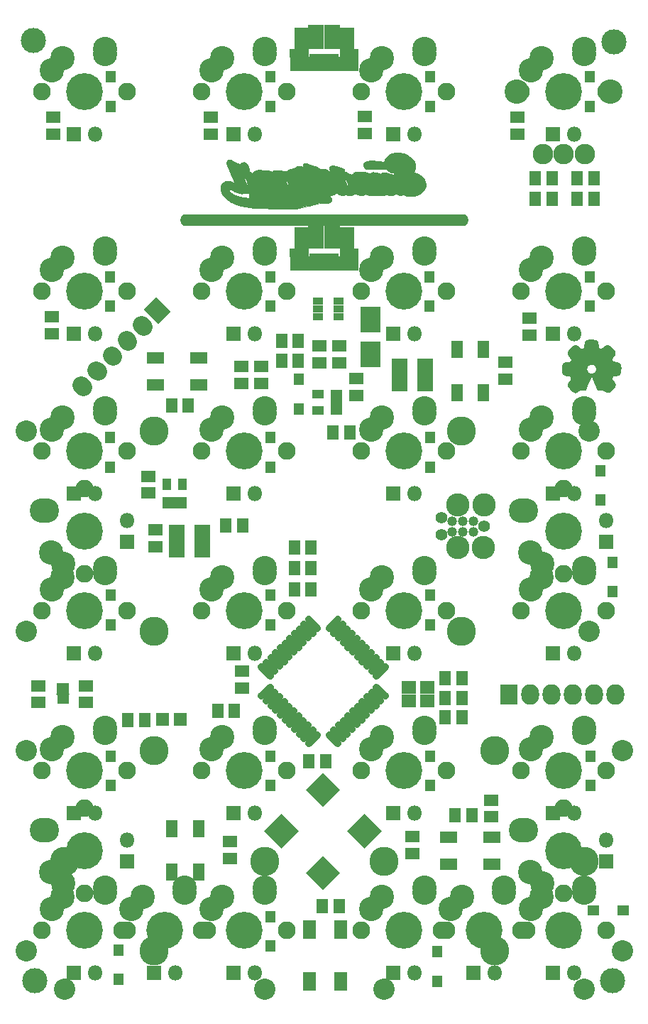
<source format=gbr>
G04 #@! TF.FileFunction,Soldermask,Bot*
%FSLAX46Y46*%
G04 Gerber Fmt 4.6, Leading zero omitted, Abs format (unit mm)*
G04 Created by KiCad (PCBNEW 4.0.1-stable) date 4/15/2016 1:37:43 PM*
%MOMM*%
G01*
G04 APERTURE LIST*
%ADD10C,0.100000*%
%ADD11C,0.010000*%
%ADD12R,1.406400X1.656400*%
%ADD13R,1.656400X1.406400*%
%ADD14R,1.806400X1.606400*%
%ADD15R,1.056400X1.466400*%
%ADD16R,1.466400X1.056400*%
%ADD17R,1.206400X0.956400*%
%ADD18C,2.540000*%
%ADD19C,3.479800*%
%ADD20R,1.506400X2.206400*%
%ADD21C,1.191260*%
%ADD22C,1.394460*%
%ADD23C,1.391920*%
%ADD24C,2.778760*%
%ADD25C,2.776220*%
%ADD26R,0.806400X2.156400*%
%ADD27R,2.406400X1.806400*%
%ADD28R,1.706400X3.656400*%
%ADD29R,2.231400X1.106400*%
%ADD30O,1.706400X2.206400*%
%ADD31R,1.831400X2.906400*%
%ADD32O,1.406400X1.806400*%
%ADD33R,1.605280X1.605280*%
%ADD34O,1.806400X1.806400*%
%ADD35R,1.806400X1.806400*%
%ADD36R,1.400000X2.051000*%
%ADD37R,2.051000X1.400000*%
%ADD38R,1.906400X4.006400*%
%ADD39R,1.406400X1.406400*%
%ADD40R,1.406400X0.906400*%
%ADD41C,3.000000*%
%ADD42R,2.435860X3.058160*%
%ADD43R,1.407160X1.257300*%
%ADD44R,1.257300X1.407160*%
%ADD45C,0.812800*%
%ADD46C,4.394210*%
%ADD47C,2.108210*%
%ADD48C,2.906400*%
%ADD49O,34.406400X1.406400*%
%ADD50C,2.438400*%
%ADD51C,2.133600*%
%ADD52R,2.133600X2.438400*%
%ADD53O,2.133600X2.438400*%
G04 APERTURE END LIST*
D10*
G36*
X160545648Y-105749738D02*
X160489096Y-108751430D01*
X160462609Y-108752079D01*
X160436460Y-108754004D01*
X160410678Y-108757177D01*
X160385295Y-108761566D01*
X160360341Y-108767141D01*
X160335846Y-108773873D01*
X160311840Y-108781730D01*
X160288353Y-108790682D01*
X160265417Y-108800699D01*
X160243061Y-108811751D01*
X160221315Y-108823807D01*
X160200210Y-108836838D01*
X160179776Y-108850812D01*
X160160044Y-108865700D01*
X160141043Y-108881471D01*
X160122805Y-108898095D01*
X160105358Y-108915541D01*
X160088735Y-108933780D01*
X160072964Y-108952781D01*
X160058076Y-108972513D01*
X160044102Y-108992947D01*
X160031072Y-109014052D01*
X160019015Y-109035798D01*
X160007964Y-109058155D01*
X159997946Y-109081091D01*
X159988994Y-109104578D01*
X159981138Y-109128584D01*
X159974406Y-109153080D01*
X159968831Y-109178034D01*
X159964442Y-109203417D01*
X159961269Y-109229199D01*
X159959344Y-109255348D01*
X159958695Y-109281836D01*
X159959344Y-109308292D01*
X159961269Y-109334414D01*
X159964442Y-109360171D01*
X159968831Y-109385534D01*
X159974406Y-109410471D01*
X159981138Y-109434953D01*
X159988994Y-109458948D01*
X159997946Y-109482426D01*
X160007964Y-109505357D01*
X160019015Y-109527710D01*
X160031072Y-109549455D01*
X160044102Y-109570561D01*
X160058076Y-109590998D01*
X160072964Y-109610735D01*
X160088735Y-109629742D01*
X160105358Y-109647988D01*
X160122805Y-109665443D01*
X160141043Y-109682076D01*
X160160044Y-109697857D01*
X160179776Y-109712756D01*
X160200210Y-109726741D01*
X160221315Y-109739783D01*
X160243061Y-109751850D01*
X160265417Y-109762913D01*
X160288353Y-109772941D01*
X160311840Y-109781903D01*
X160335846Y-109789769D01*
X160360341Y-109796509D01*
X160385295Y-109802092D01*
X160410678Y-109806487D01*
X160436460Y-109809664D01*
X160462609Y-109811592D01*
X160489096Y-109812242D01*
X160515584Y-109811592D01*
X160541733Y-109809664D01*
X160567514Y-109806487D01*
X160592897Y-109802092D01*
X160617852Y-109796509D01*
X160642347Y-109789769D01*
X160666353Y-109781903D01*
X160689839Y-109772941D01*
X160712775Y-109762913D01*
X160735132Y-109751850D01*
X160756877Y-109739783D01*
X160777982Y-109726741D01*
X160798416Y-109712756D01*
X160818148Y-109697857D01*
X160837149Y-109682076D01*
X160855388Y-109665443D01*
X160872834Y-109647988D01*
X160889458Y-109629742D01*
X160905229Y-109610735D01*
X160920116Y-109590998D01*
X160934091Y-109570561D01*
X160947121Y-109549455D01*
X160959177Y-109527710D01*
X160970229Y-109505357D01*
X160980246Y-109482426D01*
X160989198Y-109458948D01*
X160997055Y-109434953D01*
X161003786Y-109410471D01*
X161009362Y-109385534D01*
X161013751Y-109360171D01*
X161016923Y-109334414D01*
X161018849Y-109308292D01*
X161019498Y-109281836D01*
X161018849Y-109255348D01*
X161016923Y-109229199D01*
X161013751Y-109203417D01*
X161009362Y-109178034D01*
X161003786Y-109153080D01*
X160997055Y-109128584D01*
X160989198Y-109104578D01*
X160980246Y-109081091D01*
X160970229Y-109058155D01*
X160959177Y-109035798D01*
X160947121Y-109014052D01*
X160934091Y-108992947D01*
X160920116Y-108972513D01*
X160905229Y-108952781D01*
X160889458Y-108933780D01*
X160872834Y-108915541D01*
X160855388Y-108898095D01*
X160837149Y-108881471D01*
X160818148Y-108865700D01*
X160798416Y-108850812D01*
X160777982Y-108836838D01*
X160756877Y-108823807D01*
X160735132Y-108811751D01*
X160712775Y-108800699D01*
X160689839Y-108790682D01*
X160666353Y-108781730D01*
X160642347Y-108773873D01*
X160617852Y-108767141D01*
X160592897Y-108761566D01*
X160567514Y-108757177D01*
X160541733Y-108754004D01*
X160515584Y-108752079D01*
X160489096Y-108751430D01*
X160545648Y-105749738D01*
X160569952Y-105752123D01*
X160594403Y-105755513D01*
X160619079Y-105759666D01*
X160644058Y-105764338D01*
X160669419Y-105769287D01*
X160695239Y-105774272D01*
X160721596Y-105779048D01*
X160748568Y-105783373D01*
X160787130Y-105789280D01*
X160824002Y-105795500D01*
X160859219Y-105802061D01*
X160892816Y-105808990D01*
X160924826Y-105816314D01*
X160955284Y-105824061D01*
X160984225Y-105832259D01*
X161011683Y-105840933D01*
X161037692Y-105850113D01*
X161062286Y-105859824D01*
X161085501Y-105870095D01*
X161107370Y-105880952D01*
X161127928Y-105892424D01*
X161147210Y-105904537D01*
X161165249Y-105917318D01*
X161182080Y-105930795D01*
X161197737Y-105944996D01*
X161212255Y-105959947D01*
X161225669Y-105975677D01*
X161238012Y-105992211D01*
X161249319Y-106009578D01*
X161259624Y-106027805D01*
X161268962Y-106046919D01*
X161277367Y-106066948D01*
X161284874Y-106087918D01*
X161291517Y-106109858D01*
X161297330Y-106132794D01*
X161302348Y-106156754D01*
X161306605Y-106181765D01*
X161310136Y-106207855D01*
X161312974Y-106235050D01*
X161315036Y-106261435D01*
X161316648Y-106288302D01*
X161317940Y-106315565D01*
X161319039Y-106343133D01*
X161320072Y-106370921D01*
X161321167Y-106398838D01*
X161322453Y-106426798D01*
X161324057Y-106454712D01*
X161326106Y-106482491D01*
X161328729Y-106510048D01*
X161332053Y-106537295D01*
X161336207Y-106564143D01*
X161341317Y-106590504D01*
X161347512Y-106616291D01*
X161354920Y-106641414D01*
X161363668Y-106665786D01*
X161373884Y-106689318D01*
X161385696Y-106711923D01*
X161399232Y-106733513D01*
X161414619Y-106753998D01*
X161431384Y-106772577D01*
X161450720Y-106790500D01*
X161472155Y-106807294D01*
X161495218Y-106822484D01*
X161519438Y-106835598D01*
X161544342Y-106846163D01*
X161569460Y-106853705D01*
X161594319Y-106857752D01*
X161618449Y-106857830D01*
X161641377Y-106853465D01*
X161662632Y-106844186D01*
X161685190Y-106830665D01*
X161707524Y-106816475D01*
X161729660Y-106801686D01*
X161751624Y-106786366D01*
X161773443Y-106770587D01*
X161795140Y-106754417D01*
X161816743Y-106737925D01*
X161838277Y-106721182D01*
X161859768Y-106704256D01*
X161881242Y-106687218D01*
X161902724Y-106670136D01*
X161924240Y-106653081D01*
X161945815Y-106636122D01*
X161967477Y-106619328D01*
X161989249Y-106602769D01*
X162011159Y-106586514D01*
X162033232Y-106570634D01*
X162055493Y-106555197D01*
X162077969Y-106540273D01*
X162100685Y-106525932D01*
X162123667Y-106512243D01*
X162146940Y-106499275D01*
X162170531Y-106487099D01*
X162194465Y-106475783D01*
X162218768Y-106465398D01*
X162243466Y-106456012D01*
X162268584Y-106447696D01*
X162294149Y-106440518D01*
X162320185Y-106434549D01*
X162346719Y-106429858D01*
X162373777Y-106426514D01*
X162402934Y-106424511D01*
X162430948Y-106424193D01*
X162457874Y-106425490D01*
X162483769Y-106428333D01*
X162508689Y-106432652D01*
X162532690Y-106438378D01*
X162555828Y-106445442D01*
X162578160Y-106453775D01*
X162599742Y-106463307D01*
X162620629Y-106473969D01*
X162640879Y-106485691D01*
X162660547Y-106498406D01*
X162679690Y-106512042D01*
X162698363Y-106526531D01*
X162716623Y-106541804D01*
X162734527Y-106557791D01*
X162752129Y-106574422D01*
X162769487Y-106591630D01*
X162786657Y-106609344D01*
X162803695Y-106627495D01*
X162820656Y-106646014D01*
X162837598Y-106664831D01*
X162854577Y-106683878D01*
X162871648Y-106703085D01*
X162888868Y-106722382D01*
X162906293Y-106741701D01*
X162923979Y-106760971D01*
X162941982Y-106780125D01*
X162960360Y-106799092D01*
X162976142Y-106814847D01*
X162992806Y-106831144D01*
X163010231Y-106847965D01*
X163028297Y-106865295D01*
X163046886Y-106883117D01*
X163065877Y-106901415D01*
X163085150Y-106920174D01*
X163104587Y-106939376D01*
X163124067Y-106959006D01*
X163143471Y-106979047D01*
X163162679Y-106999484D01*
X163181572Y-107020299D01*
X163200029Y-107041478D01*
X163217932Y-107063003D01*
X163235160Y-107084859D01*
X163251594Y-107107029D01*
X163267114Y-107129498D01*
X163281601Y-107152249D01*
X163294935Y-107175265D01*
X163306996Y-107198531D01*
X163317665Y-107222030D01*
X163326821Y-107245747D01*
X163334346Y-107269665D01*
X163340120Y-107293768D01*
X163344023Y-107318040D01*
X163346639Y-107345830D01*
X163347667Y-107373056D01*
X163347177Y-107399741D01*
X163345242Y-107425907D01*
X163341931Y-107451576D01*
X163337316Y-107476771D01*
X163331468Y-107501515D01*
X163324458Y-107525829D01*
X163316357Y-107549736D01*
X163307236Y-107573259D01*
X163297165Y-107596420D01*
X163286217Y-107619241D01*
X163274462Y-107641744D01*
X163261970Y-107663953D01*
X163248814Y-107685890D01*
X163235063Y-107707576D01*
X163220790Y-107729035D01*
X163206065Y-107750288D01*
X163190959Y-107771359D01*
X163175542Y-107792269D01*
X163159887Y-107813041D01*
X163144065Y-107833698D01*
X163128145Y-107854261D01*
X163112199Y-107874754D01*
X163096299Y-107895198D01*
X163080515Y-107915616D01*
X163064918Y-107936031D01*
X163049579Y-107956464D01*
X163034570Y-107976939D01*
X163019961Y-107997477D01*
X163005823Y-108018102D01*
X162990657Y-108040103D01*
X162976808Y-108061047D01*
X162965176Y-108081541D01*
X162956664Y-108102191D01*
X162952170Y-108123603D01*
X162952598Y-108146383D01*
X162958847Y-108171139D01*
X162971818Y-108198477D01*
X162982789Y-108218907D01*
X162992792Y-108239722D01*
X163002263Y-108260598D01*
X163011638Y-108281210D01*
X163021353Y-108301235D01*
X163031844Y-108320348D01*
X163043548Y-108338225D01*
X163056900Y-108354543D01*
X163072337Y-108368978D01*
X163090294Y-108381205D01*
X163111208Y-108390900D01*
X163135514Y-108397739D01*
X163163649Y-108401399D01*
X163188281Y-108403013D01*
X163213353Y-108404659D01*
X163238813Y-108406376D01*
X163264612Y-108408207D01*
X163290697Y-108410191D01*
X163317019Y-108412370D01*
X163343527Y-108414786D01*
X163370168Y-108417478D01*
X163396893Y-108420489D01*
X163423651Y-108423858D01*
X163450391Y-108427628D01*
X163477061Y-108431839D01*
X163503611Y-108436533D01*
X163529990Y-108441750D01*
X163556147Y-108447531D01*
X163582031Y-108453917D01*
X163607591Y-108460950D01*
X163632777Y-108468670D01*
X163657537Y-108477119D01*
X163681820Y-108486338D01*
X163705576Y-108496367D01*
X163728754Y-108507247D01*
X163751302Y-108519021D01*
X163773170Y-108531728D01*
X163794307Y-108545409D01*
X163814663Y-108560107D01*
X163834185Y-108575861D01*
X163852823Y-108592713D01*
X163870527Y-108610704D01*
X163887245Y-108629875D01*
X163902926Y-108650267D01*
X163917520Y-108671921D01*
X163930976Y-108694878D01*
X163943784Y-108719327D01*
X163955559Y-108743711D01*
X163966336Y-108768046D01*
X163976153Y-108792350D01*
X163985044Y-108816640D01*
X163993046Y-108840931D01*
X164000195Y-108865242D01*
X164006527Y-108889589D01*
X164012078Y-108913988D01*
X164016884Y-108938457D01*
X164020982Y-108963013D01*
X164024407Y-108987672D01*
X164027195Y-109012452D01*
X164029383Y-109037369D01*
X164031007Y-109062440D01*
X164032102Y-109087682D01*
X164032705Y-109113112D01*
X164032852Y-109138746D01*
X164032578Y-109164603D01*
X164031921Y-109190697D01*
X164030916Y-109217047D01*
X164029598Y-109243670D01*
X164028005Y-109270581D01*
X164026173Y-109297798D01*
X164024136Y-109325338D01*
X164021933Y-109353218D01*
X164019597Y-109381455D01*
X164017167Y-109410065D01*
X164014676Y-109439065D01*
X164012163Y-109468472D01*
X164009663Y-109498304D01*
X164007211Y-109528577D01*
X164004845Y-109559307D01*
X164002599Y-109590512D01*
X164000511Y-109622209D01*
X163998616Y-109654414D01*
X163996391Y-109680639D01*
X163992663Y-109706219D01*
X163987482Y-109731147D01*
X163980899Y-109755412D01*
X163972965Y-109779006D01*
X163963731Y-109801918D01*
X163953248Y-109824141D01*
X163941568Y-109845664D01*
X163928740Y-109866478D01*
X163914817Y-109886574D01*
X163899850Y-109905943D01*
X163883888Y-109924576D01*
X163866984Y-109942462D01*
X163849189Y-109959594D01*
X163830553Y-109975961D01*
X163811127Y-109991554D01*
X163790963Y-110006365D01*
X163770111Y-110020383D01*
X163748623Y-110033600D01*
X163726550Y-110046006D01*
X163703942Y-110057593D01*
X163680850Y-110068349D01*
X163657327Y-110078268D01*
X163633422Y-110087338D01*
X163609187Y-110095552D01*
X163584672Y-110102899D01*
X163559930Y-110109370D01*
X163535010Y-110114957D01*
X163509964Y-110119649D01*
X163484843Y-110123438D01*
X163459697Y-110126314D01*
X163434579Y-110128268D01*
X163410025Y-110129167D01*
X163384434Y-110129257D01*
X163358062Y-110128845D01*
X163331164Y-110128235D01*
X163303995Y-110127734D01*
X163276809Y-110127647D01*
X163249861Y-110128280D01*
X163223407Y-110129937D01*
X163197702Y-110132925D01*
X163172999Y-110137550D01*
X163149556Y-110144116D01*
X163127625Y-110152929D01*
X163107463Y-110164295D01*
X163089324Y-110178520D01*
X163073463Y-110195909D01*
X163060358Y-110213173D01*
X163047202Y-110231286D01*
X163034237Y-110250176D01*
X163021707Y-110269775D01*
X163009855Y-110290013D01*
X162998923Y-110310820D01*
X162989155Y-110332126D01*
X162980794Y-110353863D01*
X162974082Y-110375960D01*
X162969263Y-110398348D01*
X162966579Y-110420958D01*
X162966274Y-110443719D01*
X162968590Y-110466562D01*
X162973771Y-110489418D01*
X162982059Y-110512217D01*
X162993698Y-110534889D01*
X163008931Y-110557365D01*
X163028000Y-110579575D01*
X163044681Y-110597125D01*
X163061552Y-110615154D01*
X163078548Y-110633645D01*
X163095607Y-110652584D01*
X163112665Y-110671953D01*
X163129659Y-110691737D01*
X163146526Y-110711921D01*
X163163202Y-110732487D01*
X163179624Y-110753420D01*
X163195729Y-110774704D01*
X163211453Y-110796324D01*
X163226734Y-110818262D01*
X163241507Y-110840504D01*
X163255709Y-110863032D01*
X163269277Y-110885832D01*
X163282149Y-110908886D01*
X163294259Y-110932180D01*
X163305546Y-110955697D01*
X163315946Y-110979421D01*
X163325395Y-111003337D01*
X163333831Y-111027427D01*
X163341189Y-111051677D01*
X163347407Y-111076070D01*
X163352421Y-111100590D01*
X163356169Y-111125222D01*
X163358585Y-111149949D01*
X163359608Y-111174755D01*
X163359175Y-111199624D01*
X163357220Y-111224541D01*
X163353683Y-111249489D01*
X163348498Y-111274452D01*
X163341603Y-111299415D01*
X163332934Y-111324362D01*
X163322563Y-111350015D01*
X163311426Y-111375142D01*
X163299555Y-111399760D01*
X163286977Y-111423889D01*
X163273722Y-111447548D01*
X163259820Y-111470755D01*
X163245299Y-111493529D01*
X163230188Y-111515889D01*
X163214518Y-111537855D01*
X163198316Y-111559444D01*
X163181613Y-111580677D01*
X163164437Y-111601570D01*
X163146818Y-111622145D01*
X163128784Y-111642419D01*
X163110366Y-111662411D01*
X163091592Y-111682140D01*
X163072492Y-111701625D01*
X163053094Y-111720885D01*
X163033428Y-111739939D01*
X163013523Y-111758805D01*
X162993409Y-111777503D01*
X162973114Y-111796051D01*
X162952667Y-111814468D01*
X162932099Y-111832774D01*
X162911437Y-111850986D01*
X162890712Y-111869125D01*
X162869952Y-111887208D01*
X162849188Y-111905254D01*
X162828447Y-111923283D01*
X162807759Y-111941314D01*
X162787153Y-111959364D01*
X162766659Y-111977454D01*
X162746306Y-111995601D01*
X162726122Y-112013825D01*
X162706138Y-112032145D01*
X162686382Y-112050580D01*
X162666883Y-112069148D01*
X162650103Y-112083948D01*
X162632630Y-112096692D01*
X162614498Y-112107460D01*
X162595740Y-112116328D01*
X162576390Y-112123375D01*
X162556480Y-112128679D01*
X162536044Y-112132319D01*
X162515115Y-112134371D01*
X162493727Y-112134915D01*
X162471912Y-112134029D01*
X162449705Y-112131790D01*
X162427137Y-112128277D01*
X162404244Y-112123567D01*
X162381057Y-112117740D01*
X162357610Y-112110872D01*
X162333936Y-112103043D01*
X162310070Y-112094330D01*
X162286043Y-112084811D01*
X162261889Y-112074565D01*
X162237642Y-112063670D01*
X162213335Y-112052203D01*
X162189000Y-112040242D01*
X162164672Y-112027867D01*
X162140384Y-112015155D01*
X162116168Y-112002184D01*
X162092059Y-111989032D01*
X162068089Y-111975777D01*
X162044291Y-111962498D01*
X162020700Y-111949272D01*
X161997348Y-111936178D01*
X161974268Y-111923294D01*
X161951494Y-111910698D01*
X161929059Y-111898467D01*
X161906996Y-111886681D01*
X161885339Y-111875417D01*
X161864121Y-111864753D01*
X161843375Y-111854768D01*
X161827218Y-111847704D01*
X161811354Y-111841837D01*
X161795414Y-111837072D01*
X161779033Y-111833312D01*
X161761844Y-111830465D01*
X161743481Y-111828434D01*
X161723577Y-111827126D01*
X161701766Y-111826445D01*
X161677680Y-111826297D01*
X161650954Y-111826588D01*
X161621221Y-111827221D01*
X161588114Y-111828103D01*
X161551267Y-111829139D01*
X161510313Y-111830233D01*
X161464886Y-111831292D01*
X161414619Y-111832221D01*
X161386456Y-111832550D01*
X161359457Y-111832682D01*
X161333368Y-111832663D01*
X161307932Y-111832540D01*
X161282896Y-111832359D01*
X161258004Y-111832168D01*
X161233002Y-111832011D01*
X161207633Y-111831937D01*
X161181643Y-111831991D01*
X161154778Y-111832221D01*
X160850213Y-111109981D01*
X160489096Y-110252461D01*
X160127980Y-111109981D01*
X159823045Y-111843679D01*
X159798021Y-111843627D01*
X159772546Y-111843540D01*
X159747002Y-111843523D01*
X159721770Y-111843679D01*
X159706658Y-111843738D01*
X159688857Y-111843739D01*
X159668598Y-111843710D01*
X159646112Y-111843676D01*
X159621626Y-111843664D01*
X159595372Y-111843700D01*
X159567580Y-111843811D01*
X159538478Y-111844023D01*
X159508298Y-111844362D01*
X159477268Y-111844856D01*
X159445619Y-111845530D01*
X159413580Y-111846411D01*
X159381382Y-111847525D01*
X159349253Y-111848899D01*
X159317425Y-111850559D01*
X159286127Y-111852532D01*
X159255588Y-111854844D01*
X159226039Y-111857521D01*
X159197710Y-111860590D01*
X159170829Y-111864078D01*
X159145628Y-111868010D01*
X159122336Y-111872413D01*
X159101182Y-111877314D01*
X159076312Y-111884473D01*
X159052584Y-111892713D01*
X159029915Y-111901928D01*
X159008222Y-111912016D01*
X158987420Y-111922872D01*
X158967426Y-111934392D01*
X158948157Y-111946471D01*
X158929529Y-111959006D01*
X158911459Y-111971893D01*
X158893863Y-111985027D01*
X158876658Y-111998303D01*
X158859760Y-112011619D01*
X158843085Y-112024869D01*
X158826551Y-112037950D01*
X158810073Y-112050758D01*
X158793568Y-112063188D01*
X158776952Y-112075135D01*
X158760143Y-112086497D01*
X158743056Y-112097169D01*
X158725609Y-112107046D01*
X158707716Y-112116025D01*
X158689296Y-112124001D01*
X158670264Y-112130870D01*
X158650537Y-112136529D01*
X158630032Y-112140872D01*
X158608664Y-112143795D01*
X158586351Y-112145196D01*
X158563009Y-112144968D01*
X158538554Y-112143009D01*
X158512903Y-112139214D01*
X158485972Y-112133479D01*
X158457678Y-112125700D01*
X158431341Y-112117134D01*
X158405851Y-112107820D01*
X158381164Y-112097781D01*
X158357234Y-112087036D01*
X158334018Y-112075607D01*
X158311469Y-112063512D01*
X158289544Y-112050774D01*
X158268197Y-112037413D01*
X158247383Y-112023449D01*
X158227059Y-112008903D01*
X158207179Y-111993796D01*
X158187698Y-111978148D01*
X158168571Y-111961979D01*
X158149754Y-111945311D01*
X158131202Y-111928164D01*
X158112870Y-111910559D01*
X158094713Y-111892515D01*
X158076687Y-111874054D01*
X158058746Y-111855197D01*
X158040846Y-111835964D01*
X158022943Y-111816375D01*
X158004990Y-111796451D01*
X157986944Y-111776213D01*
X157968760Y-111755681D01*
X157950392Y-111734876D01*
X157931797Y-111713819D01*
X157912928Y-111692530D01*
X157893742Y-111671029D01*
X157874194Y-111649338D01*
X157854239Y-111627477D01*
X157833831Y-111605466D01*
X157812927Y-111583326D01*
X157791482Y-111561078D01*
X157769450Y-111538742D01*
X157751549Y-111519772D01*
X157734949Y-111500007D01*
X157719640Y-111479501D01*
X157705612Y-111458306D01*
X157692855Y-111436475D01*
X157681360Y-111414061D01*
X157671115Y-111391118D01*
X157662112Y-111367698D01*
X157654341Y-111343853D01*
X157647791Y-111319639D01*
X157642452Y-111295106D01*
X157638315Y-111270308D01*
X157635370Y-111245299D01*
X157633606Y-111220130D01*
X157633015Y-111194856D01*
X157633585Y-111169528D01*
X157635307Y-111144201D01*
X157638170Y-111118926D01*
X157642166Y-111093758D01*
X157647284Y-111068748D01*
X157653514Y-111043950D01*
X157660847Y-111019418D01*
X157669271Y-110995203D01*
X157678778Y-110971359D01*
X157689357Y-110947938D01*
X157700999Y-110924995D01*
X157713693Y-110902581D01*
X157727430Y-110880751D01*
X157742199Y-110859556D01*
X157757992Y-110839049D01*
X157774504Y-110819537D01*
X157791982Y-110800256D01*
X157810197Y-110781138D01*
X157828923Y-110762114D01*
X157847933Y-110743114D01*
X157867001Y-110724070D01*
X157885901Y-110704911D01*
X157904405Y-110685569D01*
X157922287Y-110665974D01*
X157939320Y-110646058D01*
X157955277Y-110625751D01*
X157969933Y-110604983D01*
X157983060Y-110583687D01*
X157994432Y-110561791D01*
X158003822Y-110539228D01*
X158011003Y-110515928D01*
X158015749Y-110491822D01*
X158017833Y-110466841D01*
X158017715Y-110444761D01*
X158016230Y-110422263D01*
X158013346Y-110399539D01*
X158009032Y-110376781D01*
X158003255Y-110354181D01*
X157995984Y-110331929D01*
X157987187Y-110310219D01*
X157976831Y-110289240D01*
X157964885Y-110269186D01*
X157951317Y-110250248D01*
X157936094Y-110232616D01*
X157919186Y-110216484D01*
X157900559Y-110202043D01*
X157880183Y-110189484D01*
X157858025Y-110178999D01*
X157834052Y-110170779D01*
X157808234Y-110165017D01*
X157780538Y-110161904D01*
X157756364Y-110160449D01*
X157731753Y-110158866D01*
X157706756Y-110157119D01*
X157681427Y-110155171D01*
X157655816Y-110152986D01*
X157629976Y-110150528D01*
X157603960Y-110147760D01*
X157577818Y-110144647D01*
X157551603Y-110141151D01*
X157525367Y-110137238D01*
X157499162Y-110132870D01*
X157473040Y-110128012D01*
X157447054Y-110122627D01*
X157421254Y-110116679D01*
X157395694Y-110110132D01*
X157370424Y-110102949D01*
X157345498Y-110095095D01*
X157320967Y-110086532D01*
X157296884Y-110077226D01*
X157273299Y-110067139D01*
X157250266Y-110056236D01*
X157227836Y-110044479D01*
X157206061Y-110031834D01*
X157184994Y-110018264D01*
X157164686Y-110003732D01*
X157145190Y-109988202D01*
X157126557Y-109971638D01*
X157108839Y-109954005D01*
X157092089Y-109935265D01*
X157076358Y-109915382D01*
X157061699Y-109894320D01*
X157048163Y-109872044D01*
X157035803Y-109848516D01*
X157024670Y-109823700D01*
X157014676Y-109798289D01*
X157005696Y-109772921D01*
X156997685Y-109747585D01*
X156990597Y-109722267D01*
X156984386Y-109696958D01*
X156979005Y-109671644D01*
X156974408Y-109646314D01*
X156970550Y-109620956D01*
X156967384Y-109595558D01*
X156964864Y-109570108D01*
X156962944Y-109544595D01*
X156961578Y-109519007D01*
X156960720Y-109493332D01*
X156960323Y-109467557D01*
X156960343Y-109441672D01*
X156960731Y-109415663D01*
X156961443Y-109389521D01*
X156962433Y-109363231D01*
X156963654Y-109336784D01*
X156965059Y-109310166D01*
X156966604Y-109283367D01*
X156968242Y-109256373D01*
X156969927Y-109229174D01*
X156971612Y-109201757D01*
X156973252Y-109174111D01*
X156974800Y-109146224D01*
X156976211Y-109118084D01*
X156977439Y-109089678D01*
X156978436Y-109060996D01*
X156979158Y-109032026D01*
X156979558Y-109002754D01*
X156979590Y-108973171D01*
X156979207Y-108943263D01*
X156979547Y-108916800D01*
X156981493Y-108890799D01*
X156984993Y-108865284D01*
X156989995Y-108840279D01*
X156996446Y-108815807D01*
X157004294Y-108791893D01*
X157013487Y-108768560D01*
X157023973Y-108745831D01*
X157035699Y-108723732D01*
X157048613Y-108702284D01*
X157062664Y-108681512D01*
X157077798Y-108661440D01*
X157093963Y-108642092D01*
X157111108Y-108623491D01*
X157129180Y-108605661D01*
X157148126Y-108588625D01*
X157167895Y-108572408D01*
X157188434Y-108557033D01*
X157209692Y-108542524D01*
X157231615Y-108528904D01*
X157254152Y-108516198D01*
X157277250Y-108504429D01*
X157300857Y-108493621D01*
X157324921Y-108483798D01*
X157349390Y-108474982D01*
X157374211Y-108467199D01*
X157399332Y-108460472D01*
X157424701Y-108454824D01*
X157450265Y-108450280D01*
X157475973Y-108446862D01*
X157501275Y-108444625D01*
X157527311Y-108443310D01*
X157553937Y-108442697D01*
X157581012Y-108442566D01*
X157608392Y-108442695D01*
X157635936Y-108442865D01*
X157663500Y-108442854D01*
X157690942Y-108442443D01*
X157718119Y-108441410D01*
X157744889Y-108439536D01*
X157771109Y-108436599D01*
X157796637Y-108432379D01*
X157821330Y-108426655D01*
X157845045Y-108419207D01*
X157867640Y-108409815D01*
X157888972Y-108398257D01*
X157908898Y-108384313D01*
X157927276Y-108367763D01*
X157941928Y-108352238D01*
X157956669Y-108335322D01*
X157971146Y-108317155D01*
X157985003Y-108297874D01*
X157997887Y-108277617D01*
X158009444Y-108256522D01*
X158019319Y-108234728D01*
X158027159Y-108212371D01*
X158032609Y-108189591D01*
X158035314Y-108166525D01*
X158034922Y-108143311D01*
X158031077Y-108120088D01*
X158023425Y-108096992D01*
X158011613Y-108074163D01*
X157995286Y-108051737D01*
X157979634Y-108033331D01*
X157963701Y-108014643D01*
X157947543Y-107995680D01*
X157931217Y-107976443D01*
X157914778Y-107956938D01*
X157898284Y-107937167D01*
X157881790Y-107917135D01*
X157865352Y-107896844D01*
X157849027Y-107876300D01*
X157832871Y-107855506D01*
X157816941Y-107834465D01*
X157801292Y-107813181D01*
X157785980Y-107791659D01*
X157771063Y-107769901D01*
X157756595Y-107747911D01*
X157742634Y-107725694D01*
X157729235Y-107703253D01*
X157716456Y-107680592D01*
X157704351Y-107657714D01*
X157692978Y-107634623D01*
X157682392Y-107611324D01*
X157672650Y-107587819D01*
X157663808Y-107564113D01*
X157655922Y-107540209D01*
X157649049Y-107516112D01*
X157643244Y-107491824D01*
X157638565Y-107467349D01*
X157635066Y-107442692D01*
X157632805Y-107417856D01*
X157631837Y-107392845D01*
X157632220Y-107367663D01*
X157634008Y-107342313D01*
X157637259Y-107316798D01*
X157642028Y-107291124D01*
X157648372Y-107265294D01*
X157656347Y-107239310D01*
X157665901Y-107213183D01*
X157676642Y-107187420D01*
X157688504Y-107162023D01*
X157701418Y-107136992D01*
X157715319Y-107112328D01*
X157730138Y-107088032D01*
X157745809Y-107064105D01*
X157762264Y-107040546D01*
X157779437Y-107017356D01*
X157797260Y-106994537D01*
X157815666Y-106972088D01*
X157834587Y-106950011D01*
X157853958Y-106928305D01*
X157873710Y-106906973D01*
X157893777Y-106886013D01*
X157914091Y-106865427D01*
X157934585Y-106845215D01*
X157955192Y-106825379D01*
X157975845Y-106805918D01*
X157996477Y-106786833D01*
X158017021Y-106768126D01*
X158037409Y-106749795D01*
X158057574Y-106731843D01*
X158077450Y-106714270D01*
X158096968Y-106697076D01*
X158116063Y-106680262D01*
X158134666Y-106663828D01*
X158152711Y-106647776D01*
X158170131Y-106632105D01*
X158186858Y-106616817D01*
X158202825Y-106601912D01*
X158217965Y-106587391D01*
X158232211Y-106573253D01*
X158250674Y-106555583D01*
X158269903Y-106539126D01*
X158289849Y-106523874D01*
X158310465Y-106509824D01*
X158331702Y-106496967D01*
X158353511Y-106485299D01*
X158375844Y-106474813D01*
X158398652Y-106465503D01*
X158421887Y-106457364D01*
X158445501Y-106450389D01*
X158469444Y-106444572D01*
X158493670Y-106439907D01*
X158518128Y-106436389D01*
X158542771Y-106434010D01*
X158567550Y-106432765D01*
X158592416Y-106432649D01*
X158617322Y-106433654D01*
X158642219Y-106435776D01*
X158667058Y-106439007D01*
X158691791Y-106443343D01*
X158716369Y-106448776D01*
X158740744Y-106455301D01*
X158764868Y-106462912D01*
X158788691Y-106471602D01*
X158812166Y-106481367D01*
X158835245Y-106492199D01*
X158857878Y-106504093D01*
X158880016Y-106517042D01*
X158901613Y-106531042D01*
X158922619Y-106546084D01*
X158942986Y-106562165D01*
X158962234Y-106578698D01*
X158981378Y-106596175D01*
X159000466Y-106614385D01*
X159019547Y-106633116D01*
X159038670Y-106652158D01*
X159057883Y-106671299D01*
X159077236Y-106690328D01*
X159096776Y-106709034D01*
X159116554Y-106727206D01*
X159136618Y-106744632D01*
X159157016Y-106761102D01*
X159177797Y-106776405D01*
X159199011Y-106790329D01*
X159220706Y-106802663D01*
X159242931Y-106813196D01*
X159265735Y-106821718D01*
X159289166Y-106828015D01*
X159313274Y-106831879D01*
X159338107Y-106833097D01*
X159358931Y-106832592D01*
X159381187Y-106831408D01*
X159404430Y-106829333D01*
X159428212Y-106826151D01*
X159452088Y-106821648D01*
X159475611Y-106815611D01*
X159498336Y-106807824D01*
X159519817Y-106798075D01*
X159539606Y-106786148D01*
X159557259Y-106771829D01*
X159572329Y-106754905D01*
X159584369Y-106735161D01*
X159592935Y-106712384D01*
X159597579Y-106686358D01*
X159599513Y-106663622D01*
X159601296Y-106640303D01*
X159602963Y-106616451D01*
X159604552Y-106592119D01*
X159606101Y-106567357D01*
X159607647Y-106542216D01*
X159609227Y-106516749D01*
X159610879Y-106491005D01*
X159612639Y-106465037D01*
X159614546Y-106438896D01*
X159616637Y-106412633D01*
X159618948Y-106386299D01*
X159621518Y-106359946D01*
X159624384Y-106333625D01*
X159627583Y-106307386D01*
X159631152Y-106281282D01*
X159635129Y-106255364D01*
X159639551Y-106229683D01*
X159644455Y-106204291D01*
X159649879Y-106179238D01*
X159655861Y-106154575D01*
X159662437Y-106130355D01*
X159669645Y-106106628D01*
X159677522Y-106083447D01*
X159686106Y-106060861D01*
X159695434Y-106038922D01*
X159705543Y-106017682D01*
X159716471Y-105997192D01*
X159728255Y-105977503D01*
X159740932Y-105958666D01*
X159754540Y-105940733D01*
X159769117Y-105923756D01*
X159784698Y-105907784D01*
X159801323Y-105892870D01*
X159819027Y-105879065D01*
X159837849Y-105866420D01*
X159857826Y-105854986D01*
X159878995Y-105844816D01*
X159901394Y-105835959D01*
X159925060Y-105828467D01*
X159957726Y-105819486D01*
X159989517Y-105811053D01*
X160020484Y-105803161D01*
X160050678Y-105795804D01*
X160080150Y-105788976D01*
X160108953Y-105782672D01*
X160137135Y-105776885D01*
X160164750Y-105771609D01*
X160191849Y-105766839D01*
X160218481Y-105762568D01*
X160244700Y-105758790D01*
X160270555Y-105755499D01*
X160296098Y-105752690D01*
X160321381Y-105750356D01*
X160346454Y-105748490D01*
X160371370Y-105747089D01*
X160396178Y-105746144D01*
X160420930Y-105745650D01*
X160445678Y-105745601D01*
X160470472Y-105745992D01*
X160495365Y-105746816D01*
X160520406Y-105748066D01*
X160545648Y-105749738D01*
X160545648Y-105749738D01*
G37*
D11*
G36*
X137151229Y-83485223D02*
X136968302Y-83507269D01*
X136793572Y-83543970D01*
X136627161Y-83595293D01*
X136469193Y-83661202D01*
X136319787Y-83741664D01*
X136254676Y-83783082D01*
X136135500Y-83871518D01*
X136030727Y-83967726D01*
X135940640Y-84071299D01*
X135865518Y-84181828D01*
X135805642Y-84298906D01*
X135761293Y-84422124D01*
X135734741Y-84538795D01*
X135732005Y-84558285D01*
X135729814Y-84573413D01*
X135726226Y-84584404D01*
X135719300Y-84591483D01*
X135707097Y-84594874D01*
X135687674Y-84594803D01*
X135659091Y-84591494D01*
X135619408Y-84585173D01*
X135566683Y-84576062D01*
X135504966Y-84565408D01*
X135227305Y-84521263D01*
X134963880Y-84485873D01*
X134714448Y-84459209D01*
X134497433Y-84442379D01*
X134419419Y-84438707D01*
X134333344Y-84436717D01*
X134242788Y-84436335D01*
X134151333Y-84437487D01*
X134062558Y-84440099D01*
X133980045Y-84444097D01*
X133907375Y-84449407D01*
X133849733Y-84455735D01*
X133723733Y-84477360D01*
X133612293Y-84505662D01*
X133515645Y-84540536D01*
X133434022Y-84581879D01*
X133367654Y-84629585D01*
X133316776Y-84683551D01*
X133305224Y-84699941D01*
X133276309Y-84751301D01*
X133258428Y-84802738D01*
X133249911Y-84860181D01*
X133248599Y-84900828D01*
X133251665Y-84956623D01*
X133261417Y-85013821D01*
X133278692Y-85075260D01*
X133304325Y-85143778D01*
X133339150Y-85222210D01*
X133349725Y-85244394D01*
X133371121Y-85289316D01*
X133387306Y-85321846D01*
X133401382Y-85344343D01*
X133416456Y-85359165D01*
X133435631Y-85368672D01*
X133462012Y-85375222D01*
X133498704Y-85381173D01*
X133537536Y-85387083D01*
X133595978Y-85395616D01*
X133658098Y-85403302D01*
X133724876Y-85410176D01*
X133797290Y-85416270D01*
X133876321Y-85421618D01*
X133962947Y-85426252D01*
X134058147Y-85430205D01*
X134162901Y-85433510D01*
X134278188Y-85436201D01*
X134404986Y-85438311D01*
X134544276Y-85439871D01*
X134697036Y-85440917D01*
X134864245Y-85441480D01*
X135046883Y-85441593D01*
X135150642Y-85441481D01*
X135956252Y-85440200D01*
X136039642Y-85524078D01*
X136144382Y-85617669D01*
X136258197Y-85697125D01*
X136380409Y-85762152D01*
X136510341Y-85812460D01*
X136647314Y-85847755D01*
X136790653Y-85867746D01*
X136844123Y-85871159D01*
X136964080Y-85876465D01*
X136942146Y-85911183D01*
X136929456Y-85933115D01*
X136912074Y-85965628D01*
X136892491Y-86003969D01*
X136876830Y-86035817D01*
X136833449Y-86125734D01*
X136787274Y-86101694D01*
X136735094Y-86077933D01*
X136673427Y-86056371D01*
X136600099Y-86036376D01*
X136512938Y-86017311D01*
X136470946Y-86009293D01*
X136376031Y-85989088D01*
X136267313Y-85960920D01*
X136145791Y-85925051D01*
X136131915Y-85920719D01*
X136071218Y-85901987D01*
X136011107Y-85884005D01*
X135954985Y-85867750D01*
X135906257Y-85854198D01*
X135868326Y-85844325D01*
X135853030Y-85840758D01*
X135752616Y-85823320D01*
X135663794Y-85817265D01*
X135585321Y-85822934D01*
X135515956Y-85840662D01*
X135454455Y-85870788D01*
X135399577Y-85913651D01*
X135350079Y-85969588D01*
X135342693Y-85979611D01*
X135329737Y-85995539D01*
X135317673Y-86000746D01*
X135299020Y-85997598D01*
X135291975Y-85995648D01*
X135139007Y-85952992D01*
X135001137Y-85915908D01*
X134877531Y-85884234D01*
X134767353Y-85857810D01*
X134669768Y-85836476D01*
X134583940Y-85820071D01*
X134509035Y-85808434D01*
X134444218Y-85801406D01*
X134388652Y-85798824D01*
X134341503Y-85800530D01*
X134304307Y-85805859D01*
X134260698Y-85820307D01*
X134225129Y-85842643D01*
X134200909Y-85870347D01*
X134192642Y-85890824D01*
X134178393Y-85925145D01*
X134154556Y-85950654D01*
X134126649Y-85962956D01*
X134103305Y-85964312D01*
X134071869Y-85960894D01*
X134030998Y-85952355D01*
X133979353Y-85938347D01*
X133915590Y-85918519D01*
X133838370Y-85892525D01*
X133789011Y-85875237D01*
X133599966Y-85808297D01*
X133413699Y-85798581D01*
X133345307Y-85794601D01*
X133269678Y-85789510D01*
X133193003Y-85783769D01*
X133121476Y-85777840D01*
X133066566Y-85772719D01*
X133002759Y-85766556D01*
X132932115Y-85760129D01*
X132861279Y-85754019D01*
X132796896Y-85748807D01*
X132765999Y-85746485D01*
X132625605Y-85740423D01*
X132498614Y-85743729D01*
X132384126Y-85756713D01*
X132281239Y-85779685D01*
X132189050Y-85812954D01*
X132106659Y-85856829D01*
X132033163Y-85911620D01*
X131967660Y-85977635D01*
X131922393Y-86035897D01*
X131877018Y-86100495D01*
X131414697Y-85903080D01*
X131331344Y-85867463D01*
X131252731Y-85833823D01*
X131180222Y-85802747D01*
X131115181Y-85774822D01*
X131058972Y-85750635D01*
X131012958Y-85730772D01*
X130978504Y-85715821D01*
X130956973Y-85706368D01*
X130949733Y-85703016D01*
X130950552Y-85694268D01*
X130954634Y-85672117D01*
X130961361Y-85639645D01*
X130970113Y-85599933D01*
X130972861Y-85587856D01*
X130982033Y-85546665D01*
X130989287Y-85511847D01*
X130994020Y-85486480D01*
X130995628Y-85473642D01*
X130995433Y-85472710D01*
X130987303Y-85468271D01*
X130966235Y-85457250D01*
X130934376Y-85440758D01*
X130893876Y-85419903D01*
X130846881Y-85395797D01*
X130817210Y-85380616D01*
X130768827Y-85356063D01*
X130726756Y-85335290D01*
X130688296Y-85317218D01*
X130650745Y-85300768D01*
X130611402Y-85284861D01*
X130567566Y-85268418D01*
X130516534Y-85250360D01*
X130455605Y-85229607D01*
X130382078Y-85205081D01*
X130356805Y-85196709D01*
X130225845Y-85154091D01*
X130109093Y-85117723D01*
X130005147Y-85087290D01*
X129912603Y-85062479D01*
X129830061Y-85042976D01*
X129756118Y-85028466D01*
X129689372Y-85018636D01*
X129628421Y-85013172D01*
X129571863Y-85011760D01*
X129535966Y-85012912D01*
X129466462Y-85019545D01*
X129409795Y-85031829D01*
X129362432Y-85051083D01*
X129320840Y-85078626D01*
X129293344Y-85103468D01*
X129265804Y-85133081D01*
X129247521Y-85159349D01*
X129234230Y-85189114D01*
X129227728Y-85208720D01*
X129212799Y-85281849D01*
X129209376Y-85366712D01*
X129217360Y-85462710D01*
X129236652Y-85569243D01*
X129267156Y-85685711D01*
X129308772Y-85811515D01*
X129339731Y-85892984D01*
X129355742Y-85933721D01*
X129368958Y-85968238D01*
X129378361Y-85993803D01*
X129382934Y-86007687D01*
X129383122Y-86009400D01*
X129377273Y-86003047D01*
X129362726Y-85985368D01*
X129341143Y-85958435D01*
X129314182Y-85924319D01*
X129283503Y-85885091D01*
X129282533Y-85883845D01*
X129246980Y-85838604D01*
X129210440Y-85792883D01*
X129175933Y-85750412D01*
X129146482Y-85714918D01*
X129129830Y-85695461D01*
X129047142Y-85610063D01*
X128962215Y-85540835D01*
X128873583Y-85487031D01*
X128779779Y-85447904D01*
X128679338Y-85422709D01*
X128570792Y-85410699D01*
X128570078Y-85410664D01*
X128481390Y-85410338D01*
X128404011Y-85419078D01*
X128334676Y-85437325D01*
X128313288Y-85445394D01*
X128265966Y-85464617D01*
X128232841Y-85440591D01*
X128181989Y-85412757D01*
X128116993Y-85392398D01*
X128039061Y-85379842D01*
X127997254Y-85376675D01*
X127906342Y-85372012D01*
X127885375Y-85336233D01*
X127847889Y-85286815D01*
X127795424Y-85239627D01*
X127729908Y-85196012D01*
X127653272Y-85157313D01*
X127595314Y-85134321D01*
X127568232Y-85125440D01*
X127528347Y-85113391D01*
X127479260Y-85099211D01*
X127424572Y-85083936D01*
X127367883Y-85068603D01*
X127358247Y-85066050D01*
X127282606Y-85045823D01*
X127220134Y-85028416D01*
X127167529Y-85012721D01*
X127121489Y-84997629D01*
X127078712Y-84982030D01*
X127035896Y-84964815D01*
X126989739Y-84944875D01*
X126966333Y-84934418D01*
X126855214Y-84885612D01*
X126756717Y-84845083D01*
X126669007Y-84812287D01*
X126590254Y-84786676D01*
X126518626Y-84767705D01*
X126452290Y-84754828D01*
X126389414Y-84747499D01*
X126331333Y-84745178D01*
X126263849Y-84748224D01*
X126208495Y-84758634D01*
X126161700Y-84777433D01*
X126119892Y-84805648D01*
X126119382Y-84806068D01*
X126084272Y-84844954D01*
X126055605Y-84897044D01*
X126034391Y-84959504D01*
X126021641Y-85029499D01*
X126018213Y-85089637D01*
X126018066Y-85147774D01*
X125994783Y-85142766D01*
X125871483Y-85118157D01*
X125758372Y-85099478D01*
X125656760Y-85086886D01*
X125567959Y-85080541D01*
X125493277Y-85080601D01*
X125484666Y-85081088D01*
X125410886Y-85088635D01*
X125347503Y-85102198D01*
X125290040Y-85123611D01*
X125234018Y-85154708D01*
X125174959Y-85197322D01*
X125148638Y-85218708D01*
X125080896Y-85270361D01*
X125015637Y-85310692D01*
X124955159Y-85338379D01*
X124923879Y-85347955D01*
X124899450Y-85352477D01*
X124863158Y-85357490D01*
X124820038Y-85362364D01*
X124778109Y-85366227D01*
X124659356Y-85381770D01*
X124547601Y-85408165D01*
X124444403Y-85444714D01*
X124351323Y-85490723D01*
X124269920Y-85545492D01*
X124201754Y-85608327D01*
X124180431Y-85633192D01*
X124159633Y-85659150D01*
X123753233Y-85643366D01*
X123346833Y-85627583D01*
X123281920Y-85602758D01*
X123212945Y-85580507D01*
X123138665Y-85565017D01*
X123055650Y-85555774D01*
X122960469Y-85552264D01*
X122944170Y-85552200D01*
X122823391Y-85556236D01*
X122714465Y-85568217D01*
X122618100Y-85587958D01*
X122535008Y-85615271D01*
X122465896Y-85649970D01*
X122411473Y-85691867D01*
X122410397Y-85692917D01*
X122371427Y-85731140D01*
X122232597Y-85696890D01*
X122175995Y-85682795D01*
X122109360Y-85665991D01*
X122039030Y-85648090D01*
X121971347Y-85630703D01*
X121932899Y-85620733D01*
X121844754Y-85598422D01*
X121769954Y-85581051D01*
X121705796Y-85568152D01*
X121649578Y-85559258D01*
X121598599Y-85553904D01*
X121550155Y-85551622D01*
X121531802Y-85551463D01*
X121463622Y-85555081D01*
X121408624Y-85566089D01*
X121364518Y-85584989D01*
X121356717Y-85589816D01*
X121346382Y-85594719D01*
X121332886Y-85596154D01*
X121312567Y-85593818D01*
X121281764Y-85587409D01*
X121257170Y-85581590D01*
X121135999Y-85557814D01*
X121004748Y-85542188D01*
X120868472Y-85535268D01*
X120831427Y-85534964D01*
X120706813Y-85539082D01*
X120594113Y-85551601D01*
X120490186Y-85573171D01*
X120391891Y-85604442D01*
X120297073Y-85645580D01*
X120206802Y-85696165D01*
X120129675Y-85753737D01*
X120062412Y-85821164D01*
X120001731Y-85901317D01*
X119997674Y-85907435D01*
X119984381Y-85927641D01*
X119882722Y-85859687D01*
X119840154Y-85831741D01*
X119796654Y-85804053D01*
X119756969Y-85779590D01*
X119725842Y-85761321D01*
X119722448Y-85759433D01*
X119694478Y-85743918D01*
X119672775Y-85731691D01*
X119661167Y-85724912D01*
X119660304Y-85724332D01*
X119658342Y-85715287D01*
X119655650Y-85692792D01*
X119652590Y-85660298D01*
X119649690Y-85623527D01*
X119635101Y-85499136D01*
X119609838Y-85374289D01*
X119574905Y-85251442D01*
X119531305Y-85133053D01*
X119480043Y-85021580D01*
X119422122Y-84919481D01*
X119358545Y-84829212D01*
X119296902Y-84759699D01*
X119228972Y-84699779D01*
X119161078Y-84655934D01*
X119091561Y-84627392D01*
X119018763Y-84613377D01*
X118979157Y-84611575D01*
X118909767Y-84616780D01*
X118842993Y-84633057D01*
X118776338Y-84661463D01*
X118707304Y-84703057D01*
X118635489Y-84757182D01*
X118593049Y-84789194D01*
X118556691Y-84809414D01*
X118521923Y-84819277D01*
X118484253Y-84820215D01*
X118451408Y-84815927D01*
X118401929Y-84804853D01*
X118346697Y-84787632D01*
X118284488Y-84763704D01*
X118214079Y-84732509D01*
X118134245Y-84693487D01*
X118043764Y-84646080D01*
X117941410Y-84589727D01*
X117877366Y-84553434D01*
X117782080Y-84499342D01*
X117699703Y-84453527D01*
X117628747Y-84415349D01*
X117567728Y-84384167D01*
X117515159Y-84359339D01*
X117469554Y-84340225D01*
X117429427Y-84326183D01*
X117393292Y-84316573D01*
X117359662Y-84310753D01*
X117327053Y-84308083D01*
X117307739Y-84307725D01*
X117218390Y-84313563D01*
X117141398Y-84330777D01*
X117076745Y-84359408D01*
X117024413Y-84399494D01*
X116984384Y-84451073D01*
X116956641Y-84514186D01*
X116941166Y-84588870D01*
X116937941Y-84675165D01*
X116946949Y-84773111D01*
X116968171Y-84882744D01*
X116997332Y-84990226D01*
X117017050Y-85052178D01*
X117039901Y-85117928D01*
X117066422Y-85188729D01*
X117097145Y-85265831D01*
X117132606Y-85350486D01*
X117173339Y-85443946D01*
X117219879Y-85547461D01*
X117272760Y-85662284D01*
X117332517Y-85789665D01*
X117394732Y-85920500D01*
X117428101Y-85990423D01*
X117460746Y-86059054D01*
X117491567Y-86124066D01*
X117519465Y-86183132D01*
X117543341Y-86233925D01*
X117562096Y-86274119D01*
X117574632Y-86301386D01*
X117574683Y-86301500D01*
X117588793Y-86333186D01*
X117607306Y-86375497D01*
X117629477Y-86426674D01*
X117654562Y-86484961D01*
X117681818Y-86548599D01*
X117710501Y-86615832D01*
X117739868Y-86684900D01*
X117769173Y-86754048D01*
X117797674Y-86821516D01*
X117824626Y-86885547D01*
X117849286Y-86944384D01*
X117870910Y-86996270D01*
X117888754Y-87039445D01*
X117902074Y-87072153D01*
X117910127Y-87092637D01*
X117912257Y-87099165D01*
X117904104Y-87096727D01*
X117883667Y-87088234D01*
X117853916Y-87074981D01*
X117817823Y-87058260D01*
X117813105Y-87056033D01*
X117662576Y-86991150D01*
X117514127Y-86939608D01*
X117368808Y-86901559D01*
X117227671Y-86877158D01*
X117091766Y-86866559D01*
X116962142Y-86869914D01*
X116839851Y-86887377D01*
X116773045Y-86903930D01*
X116667216Y-86942650D01*
X116572093Y-86993849D01*
X116487959Y-87056663D01*
X116415094Y-87130228D01*
X116353781Y-87213678D01*
X116304300Y-87306151D01*
X116266933Y-87406780D01*
X116241961Y-87514703D01*
X116229666Y-87629054D01*
X116230330Y-87748969D01*
X116244233Y-87873584D01*
X116271658Y-88002034D01*
X116312885Y-88133455D01*
X116345673Y-88216453D01*
X116419910Y-88369493D01*
X116510164Y-88518610D01*
X116615869Y-88663326D01*
X116736463Y-88803161D01*
X116871382Y-88937636D01*
X117020062Y-89066273D01*
X117181939Y-89188593D01*
X117356450Y-89304116D01*
X117543031Y-89412365D01*
X117741118Y-89512860D01*
X117950149Y-89605122D01*
X118007412Y-89628173D01*
X118187891Y-89694861D01*
X118378293Y-89756299D01*
X118579257Y-89812598D01*
X118791422Y-89863868D01*
X119015426Y-89910219D01*
X119251908Y-89951762D01*
X119501505Y-89988608D01*
X119764857Y-90020866D01*
X120042602Y-90048648D01*
X120335378Y-90072064D01*
X120643824Y-90091224D01*
X120700999Y-90094226D01*
X120779874Y-90098130D01*
X120857689Y-90101700D01*
X120935455Y-90104949D01*
X121014185Y-90107891D01*
X121094892Y-90110539D01*
X121178588Y-90112908D01*
X121266285Y-90115011D01*
X121358997Y-90116861D01*
X121457736Y-90118472D01*
X121563514Y-90119858D01*
X121677343Y-90121032D01*
X121800236Y-90122008D01*
X121933206Y-90122800D01*
X122077265Y-90123421D01*
X122233426Y-90123884D01*
X122402700Y-90124204D01*
X122586101Y-90124394D01*
X122784642Y-90124468D01*
X122948899Y-90124454D01*
X123166176Y-90124457D01*
X123367325Y-90124588D01*
X123553155Y-90124857D01*
X123724470Y-90125272D01*
X123882077Y-90125845D01*
X124026783Y-90126584D01*
X124159393Y-90127500D01*
X124280715Y-90128603D01*
X124391553Y-90129902D01*
X124492716Y-90131407D01*
X124585008Y-90133128D01*
X124669236Y-90135074D01*
X124746207Y-90137256D01*
X124816726Y-90139684D01*
X124881600Y-90142367D01*
X124941636Y-90145315D01*
X124997638Y-90148538D01*
X125014766Y-90149624D01*
X125067991Y-90153007D01*
X125123318Y-90156409D01*
X125174765Y-90159467D01*
X125216351Y-90161821D01*
X125222199Y-90162136D01*
X125302633Y-90166411D01*
X126566418Y-89858715D01*
X126709325Y-89823901D01*
X126847735Y-89790143D01*
X126980754Y-89757661D01*
X127107490Y-89726675D01*
X127227050Y-89697403D01*
X127338542Y-89670066D01*
X127441073Y-89644882D01*
X127533751Y-89622073D01*
X127615682Y-89601856D01*
X127685975Y-89584452D01*
X127743735Y-89570081D01*
X127788072Y-89558961D01*
X127818092Y-89551312D01*
X127832902Y-89547355D01*
X127834365Y-89546857D01*
X127831525Y-89538722D01*
X127820355Y-89520622D01*
X127802991Y-89495906D01*
X127795361Y-89485672D01*
X127776170Y-89459415D01*
X127762267Y-89438631D01*
X127755820Y-89426635D01*
X127755763Y-89425081D01*
X127765377Y-89424443D01*
X127786374Y-89426570D01*
X127805216Y-89429486D01*
X127835677Y-89433601D01*
X127879089Y-89437904D01*
X127931549Y-89442159D01*
X127989159Y-89446131D01*
X128048016Y-89449582D01*
X128104220Y-89452279D01*
X128153869Y-89453983D01*
X128193064Y-89454461D01*
X128210880Y-89454013D01*
X128240554Y-89452028D01*
X128257528Y-89448719D01*
X128266026Y-89442106D01*
X128270269Y-89430210D01*
X128271262Y-89425700D01*
X128276663Y-89400300D01*
X128277664Y-89427817D01*
X128278666Y-89455333D01*
X128696229Y-89455333D01*
X128793675Y-89455269D01*
X128875698Y-89455048D01*
X128943811Y-89454625D01*
X128999525Y-89453957D01*
X129044350Y-89452999D01*
X129079798Y-89451707D01*
X129107380Y-89450038D01*
X129128607Y-89447947D01*
X129144991Y-89445391D01*
X129158043Y-89442325D01*
X129159779Y-89441826D01*
X129235153Y-89412182D01*
X129304078Y-89370362D01*
X129363300Y-89318728D01*
X129408664Y-89261078D01*
X129438102Y-89206152D01*
X129456610Y-89149873D01*
X129465696Y-89086739D01*
X129467222Y-89047246D01*
X129468049Y-88965126D01*
X129348674Y-88789013D01*
X129314799Y-88738698D01*
X129283226Y-88691166D01*
X129255499Y-88648792D01*
X129233164Y-88613952D01*
X129217766Y-88589023D01*
X129211903Y-88578667D01*
X129194508Y-88544434D01*
X129318670Y-88534294D01*
X129464080Y-88516024D01*
X129599587Y-88485909D01*
X129724419Y-88444211D01*
X129837800Y-88391193D01*
X129876504Y-88366676D01*
X119659502Y-88366676D01*
X119658746Y-88379481D01*
X119656660Y-88406802D01*
X119653441Y-88446293D01*
X119649283Y-88495607D01*
X119644381Y-88552396D01*
X119638931Y-88614313D01*
X119638335Y-88621016D01*
X119632870Y-88682651D01*
X119627932Y-88738782D01*
X119623712Y-88787197D01*
X119620403Y-88825685D01*
X119618195Y-88852034D01*
X119617280Y-88864031D01*
X119617266Y-88864433D01*
X119617144Y-88867005D01*
X119615536Y-88868885D01*
X119610577Y-88869989D01*
X119600402Y-88870233D01*
X119583148Y-88869532D01*
X119556949Y-88867802D01*
X119519941Y-88864960D01*
X119470261Y-88860920D01*
X119406042Y-88855598D01*
X119387159Y-88854029D01*
X119295788Y-88846324D01*
X119215454Y-88839162D01*
X119143856Y-88832141D01*
X119078697Y-88824861D01*
X119017678Y-88816918D01*
X118958501Y-88807912D01*
X118898866Y-88797440D01*
X118836475Y-88785100D01*
X118769030Y-88770492D01*
X118694231Y-88753212D01*
X118609781Y-88732860D01*
X118513380Y-88709032D01*
X118410766Y-88683347D01*
X118321998Y-88661011D01*
X118247798Y-88642180D01*
X118186296Y-88626286D01*
X118135623Y-88612763D01*
X118093911Y-88601043D01*
X118059291Y-88590561D01*
X118029893Y-88580748D01*
X118003847Y-88571039D01*
X117979287Y-88560867D01*
X117954341Y-88549664D01*
X117927141Y-88536864D01*
X117926103Y-88536370D01*
X117781624Y-88461865D01*
X117651624Y-88383027D01*
X117536521Y-88300199D01*
X117436732Y-88213725D01*
X117352676Y-88123948D01*
X117284771Y-88031211D01*
X117260057Y-87989450D01*
X117242850Y-87955489D01*
X117226101Y-87917905D01*
X117211547Y-87881140D01*
X117200921Y-87849636D01*
X117195959Y-87827834D01*
X117195799Y-87824970D01*
X117203338Y-87820591D01*
X117225867Y-87823789D01*
X117263259Y-87834514D01*
X117315385Y-87852718D01*
X117382117Y-87878352D01*
X117463327Y-87911367D01*
X117558887Y-87951714D01*
X117668667Y-87999344D01*
X117767299Y-88042950D01*
X117888032Y-88096479D01*
X117994826Y-88143241D01*
X118089059Y-88183698D01*
X118172105Y-88218311D01*
X118245341Y-88247540D01*
X118310142Y-88271847D01*
X118367884Y-88291693D01*
X118419942Y-88307539D01*
X118467692Y-88319845D01*
X118512510Y-88329074D01*
X118555772Y-88335685D01*
X118598853Y-88340141D01*
X118643129Y-88342902D01*
X118664766Y-88343746D01*
X118712027Y-88345115D01*
X118748084Y-88345229D01*
X118778070Y-88343491D01*
X118807118Y-88339304D01*
X118840360Y-88332073D01*
X118882930Y-88321202D01*
X118901833Y-88316200D01*
X118982451Y-88296733D01*
X119053121Y-88284572D01*
X119119090Y-88279558D01*
X119185607Y-88281530D01*
X119257922Y-88290327D01*
X119328339Y-88303146D01*
X119383910Y-88313594D01*
X119443905Y-88323632D01*
X119501770Y-88332236D01*
X119550953Y-88338381D01*
X119559055Y-88339214D01*
X119601691Y-88343596D01*
X119630240Y-88347346D01*
X119647492Y-88351226D01*
X119656237Y-88356000D01*
X119659263Y-88362429D01*
X119659502Y-88366676D01*
X129876504Y-88366676D01*
X129938957Y-88327116D01*
X129947126Y-88321049D01*
X130000560Y-88280854D01*
X130077296Y-88331327D01*
X130198773Y-88403724D01*
X130323487Y-88463687D01*
X130449392Y-88510535D01*
X130574440Y-88543587D01*
X130696585Y-88562161D01*
X130782983Y-88566186D01*
X130891959Y-88559966D01*
X130989540Y-88541567D01*
X131076215Y-88510878D01*
X131121542Y-88487484D01*
X131135814Y-88479926D01*
X131149137Y-88476123D01*
X131164927Y-88476547D01*
X131186601Y-88481669D01*
X131217574Y-88491963D01*
X131256481Y-88506132D01*
X131326004Y-88529046D01*
X131393996Y-88545199D01*
X131465352Y-88555360D01*
X131544969Y-88560299D01*
X131606066Y-88561067D01*
X131668330Y-88560198D01*
X131719035Y-88557653D01*
X131763513Y-88552967D01*
X131807094Y-88545672D01*
X131825983Y-88541810D01*
X131953613Y-88507106D01*
X132070495Y-88459760D01*
X132176228Y-88399948D01*
X132220791Y-88368463D01*
X132269754Y-88331446D01*
X132309488Y-88355895D01*
X132387681Y-88399035D01*
X132478036Y-88440432D01*
X132575782Y-88478228D01*
X132676147Y-88510563D01*
X132766213Y-88533785D01*
X132801652Y-88541203D01*
X132834006Y-88546517D01*
X132867294Y-88550040D01*
X132905533Y-88552088D01*
X132952743Y-88552976D01*
X133011533Y-88553025D01*
X133068232Y-88552640D01*
X133111557Y-88551745D01*
X133145065Y-88549975D01*
X133172317Y-88546967D01*
X133196868Y-88542359D01*
X133222279Y-88535787D01*
X133244366Y-88529252D01*
X133318047Y-88502590D01*
X133387664Y-88469352D01*
X133447653Y-88432303D01*
X133463550Y-88420378D01*
X133488564Y-88403804D01*
X133504366Y-88400860D01*
X133506503Y-88402013D01*
X133556767Y-88436151D01*
X133612022Y-88464592D01*
X133675484Y-88488610D01*
X133750368Y-88509481D01*
X133811713Y-88522982D01*
X133915854Y-88540870D01*
X134029997Y-88554934D01*
X134150841Y-88565113D01*
X134275082Y-88571348D01*
X134399415Y-88573578D01*
X134520536Y-88571744D01*
X134635144Y-88565786D01*
X134739932Y-88555643D01*
X134830361Y-88541498D01*
X134868395Y-88533617D01*
X134902491Y-88525755D01*
X134927616Y-88519108D01*
X134935547Y-88516497D01*
X134948960Y-88513249D01*
X134965816Y-88513882D01*
X134989656Y-88519036D01*
X135024020Y-88529355D01*
X135045614Y-88536437D01*
X135158354Y-88566803D01*
X135275063Y-88584807D01*
X135392572Y-88590446D01*
X135507708Y-88583717D01*
X135617302Y-88564619D01*
X135708314Y-88536951D01*
X135763128Y-88513997D01*
X135809172Y-88488695D01*
X135854471Y-88456524D01*
X135863175Y-88449646D01*
X135899650Y-88420460D01*
X135985942Y-88454538D01*
X136095328Y-88494940D01*
X136195664Y-88525646D01*
X136291141Y-88547511D01*
X136385948Y-88561392D01*
X136484278Y-88568147D01*
X136546366Y-88569136D01*
X136651019Y-88565546D01*
X136743967Y-88554268D01*
X136829109Y-88534188D01*
X136910346Y-88504194D01*
X136991576Y-88463173D01*
X137056189Y-88423622D01*
X137151145Y-88361677D01*
X137224757Y-88410155D01*
X137321621Y-88468194D01*
X137413791Y-88511256D01*
X137503115Y-88539982D01*
X137591443Y-88555013D01*
X137650504Y-88557742D01*
X137717006Y-88554816D01*
X137779330Y-88545431D01*
X137843353Y-88528353D01*
X137914952Y-88502345D01*
X137915956Y-88501944D01*
X137990438Y-88472144D01*
X138072736Y-88505860D01*
X138229705Y-88561640D01*
X138395683Y-88604539D01*
X138568488Y-88634382D01*
X138745937Y-88650996D01*
X138925849Y-88654207D01*
X139106042Y-88643842D01*
X139284333Y-88619726D01*
X139348833Y-88607397D01*
X139506886Y-88568313D01*
X139660874Y-88517642D01*
X139808962Y-88456365D01*
X139949313Y-88385459D01*
X140080091Y-88305905D01*
X140199458Y-88218681D01*
X140305579Y-88124766D01*
X140359438Y-88068614D01*
X140452556Y-87954007D01*
X140529506Y-87835264D01*
X140590186Y-87712632D01*
X140634497Y-87586357D01*
X140662337Y-87456685D01*
X140671084Y-87353575D01*
X131371465Y-87353575D01*
X131330448Y-87419384D01*
X131313249Y-87446874D01*
X131300715Y-87464594D01*
X131291605Y-87471421D01*
X131284676Y-87466236D01*
X131278686Y-87447916D01*
X131272392Y-87415341D01*
X131264553Y-87367389D01*
X131263140Y-87358631D01*
X131259083Y-87335645D01*
X131254154Y-87313024D01*
X131247682Y-87288937D01*
X131238997Y-87261555D01*
X131232817Y-87244193D01*
X124252174Y-87244193D01*
X124250900Y-87285955D01*
X124248105Y-87321711D01*
X124243851Y-87348292D01*
X124238198Y-87362529D01*
X124235334Y-87364067D01*
X124225787Y-87360547D01*
X124206791Y-87351659D01*
X124196755Y-87346635D01*
X124166319Y-87324400D01*
X124163125Y-87319617D01*
X119422511Y-87319617D01*
X119419631Y-87328868D01*
X119410037Y-87326624D01*
X119392388Y-87312176D01*
X119374323Y-87294217D01*
X119335832Y-87248109D01*
X119294994Y-87187683D01*
X119252938Y-87115195D01*
X119210790Y-87032901D01*
X119169679Y-86943055D01*
X119130731Y-86847914D01*
X119095074Y-86749732D01*
X119081276Y-86707900D01*
X119066146Y-86658187D01*
X119052526Y-86608995D01*
X119041058Y-86563146D01*
X119032380Y-86523464D01*
X119027134Y-86492772D01*
X119025958Y-86473892D01*
X119027243Y-86469601D01*
X119037844Y-86470087D01*
X119056865Y-86480845D01*
X119081397Y-86499564D01*
X119108530Y-86523932D01*
X119135352Y-86551636D01*
X119146039Y-86563967D01*
X119197652Y-86631951D01*
X119249396Y-86711256D01*
X119298165Y-86796583D01*
X119340858Y-86882632D01*
X119363350Y-86935109D01*
X119373663Y-86962954D01*
X119381910Y-86990815D01*
X119388784Y-87022257D01*
X119394977Y-87060843D01*
X119401182Y-87110136D01*
X119406151Y-87155243D01*
X119411373Y-87204941D01*
X119415907Y-87249133D01*
X119419465Y-87284934D01*
X119421761Y-87309460D01*
X119422511Y-87319617D01*
X124163125Y-87319617D01*
X124151482Y-87302185D01*
X124144564Y-87284361D01*
X124133082Y-87253603D01*
X124117703Y-87211779D01*
X124099098Y-87160760D01*
X124077937Y-87102414D01*
X124054890Y-87038612D01*
X124030627Y-86971224D01*
X124005817Y-86902119D01*
X123981131Y-86833167D01*
X123957239Y-86766238D01*
X123934810Y-86703200D01*
X123914514Y-86645925D01*
X123897022Y-86596282D01*
X123883003Y-86556140D01*
X123873127Y-86527369D01*
X123868063Y-86511839D01*
X123867533Y-86509694D01*
X123869253Y-86502047D01*
X123874848Y-86502159D01*
X123884970Y-86510900D01*
X123900270Y-86529139D01*
X123921400Y-86557745D01*
X123949011Y-86597587D01*
X123983756Y-86649533D01*
X124026286Y-86714453D01*
X124059359Y-86765484D01*
X124104907Y-86836213D01*
X124141999Y-86894426D01*
X124171549Y-86941712D01*
X124194473Y-86979658D01*
X124211685Y-87009851D01*
X124224101Y-87033880D01*
X124232635Y-87053333D01*
X124238203Y-87069798D01*
X124240834Y-87080434D01*
X124246257Y-87114543D01*
X124249914Y-87155318D01*
X124251866Y-87199591D01*
X124252174Y-87244193D01*
X131232817Y-87244193D01*
X131227427Y-87229051D01*
X131212302Y-87189594D01*
X131192951Y-87141355D01*
X131168702Y-87082506D01*
X131138886Y-87011217D01*
X131114359Y-86952972D01*
X131085332Y-86883960D01*
X131058567Y-86819943D01*
X131034741Y-86762565D01*
X131014530Y-86713474D01*
X130998610Y-86674314D01*
X130987656Y-86646733D01*
X130982347Y-86632376D01*
X130981970Y-86630674D01*
X130990142Y-86632997D01*
X131009644Y-86641386D01*
X131036727Y-86654200D01*
X131045404Y-86658479D01*
X131123333Y-86706497D01*
X131190789Y-86767668D01*
X131247631Y-86841728D01*
X131293719Y-86928416D01*
X131328914Y-87027469D01*
X131353075Y-87138623D01*
X131365930Y-87259338D01*
X131371465Y-87353575D01*
X140671084Y-87353575D01*
X140673605Y-87323863D01*
X140673866Y-87300070D01*
X140667048Y-87169626D01*
X140646292Y-87041143D01*
X140611150Y-86913289D01*
X140561170Y-86784732D01*
X140495905Y-86654139D01*
X140414903Y-86520175D01*
X140406243Y-86507029D01*
X140332625Y-86405574D01*
X140252003Y-86313436D01*
X140162554Y-86229115D01*
X140062452Y-86151110D01*
X139949875Y-86077921D01*
X139822998Y-86008046D01*
X139764817Y-85979234D01*
X139695493Y-85947991D01*
X139620811Y-85918014D01*
X139543701Y-85890195D01*
X139467092Y-85865424D01*
X139393917Y-85844594D01*
X139327105Y-85828597D01*
X139269586Y-85818324D01*
X139224292Y-85814667D01*
X139224031Y-85814667D01*
X139203214Y-85813471D01*
X139191020Y-85810553D01*
X139190511Y-85810156D01*
X139193136Y-85801782D01*
X139203661Y-85782422D01*
X139220373Y-85755030D01*
X139239856Y-85725097D01*
X139313877Y-85600382D01*
X139371506Y-85472428D01*
X139412656Y-85341755D01*
X139437243Y-85208881D01*
X139445180Y-85074324D01*
X139436381Y-84938602D01*
X139410761Y-84802233D01*
X139399551Y-84760466D01*
X139362737Y-84656093D01*
X139311973Y-84548229D01*
X139249075Y-84439567D01*
X139175857Y-84332797D01*
X139094135Y-84230609D01*
X139005724Y-84135696D01*
X138932022Y-84067350D01*
X138775382Y-83943059D01*
X138609476Y-83832588D01*
X138435348Y-83736324D01*
X138254041Y-83654655D01*
X138066598Y-83587967D01*
X137874062Y-83536647D01*
X137677476Y-83501082D01*
X137477884Y-83481658D01*
X137342233Y-83477867D01*
X137151229Y-83485223D01*
X137151229Y-83485223D01*
G37*
X137151229Y-83485223D02*
X136968302Y-83507269D01*
X136793572Y-83543970D01*
X136627161Y-83595293D01*
X136469193Y-83661202D01*
X136319787Y-83741664D01*
X136254676Y-83783082D01*
X136135500Y-83871518D01*
X136030727Y-83967726D01*
X135940640Y-84071299D01*
X135865518Y-84181828D01*
X135805642Y-84298906D01*
X135761293Y-84422124D01*
X135734741Y-84538795D01*
X135732005Y-84558285D01*
X135729814Y-84573413D01*
X135726226Y-84584404D01*
X135719300Y-84591483D01*
X135707097Y-84594874D01*
X135687674Y-84594803D01*
X135659091Y-84591494D01*
X135619408Y-84585173D01*
X135566683Y-84576062D01*
X135504966Y-84565408D01*
X135227305Y-84521263D01*
X134963880Y-84485873D01*
X134714448Y-84459209D01*
X134497433Y-84442379D01*
X134419419Y-84438707D01*
X134333344Y-84436717D01*
X134242788Y-84436335D01*
X134151333Y-84437487D01*
X134062558Y-84440099D01*
X133980045Y-84444097D01*
X133907375Y-84449407D01*
X133849733Y-84455735D01*
X133723733Y-84477360D01*
X133612293Y-84505662D01*
X133515645Y-84540536D01*
X133434022Y-84581879D01*
X133367654Y-84629585D01*
X133316776Y-84683551D01*
X133305224Y-84699941D01*
X133276309Y-84751301D01*
X133258428Y-84802738D01*
X133249911Y-84860181D01*
X133248599Y-84900828D01*
X133251665Y-84956623D01*
X133261417Y-85013821D01*
X133278692Y-85075260D01*
X133304325Y-85143778D01*
X133339150Y-85222210D01*
X133349725Y-85244394D01*
X133371121Y-85289316D01*
X133387306Y-85321846D01*
X133401382Y-85344343D01*
X133416456Y-85359165D01*
X133435631Y-85368672D01*
X133462012Y-85375222D01*
X133498704Y-85381173D01*
X133537536Y-85387083D01*
X133595978Y-85395616D01*
X133658098Y-85403302D01*
X133724876Y-85410176D01*
X133797290Y-85416270D01*
X133876321Y-85421618D01*
X133962947Y-85426252D01*
X134058147Y-85430205D01*
X134162901Y-85433510D01*
X134278188Y-85436201D01*
X134404986Y-85438311D01*
X134544276Y-85439871D01*
X134697036Y-85440917D01*
X134864245Y-85441480D01*
X135046883Y-85441593D01*
X135150642Y-85441481D01*
X135956252Y-85440200D01*
X136039642Y-85524078D01*
X136144382Y-85617669D01*
X136258197Y-85697125D01*
X136380409Y-85762152D01*
X136510341Y-85812460D01*
X136647314Y-85847755D01*
X136790653Y-85867746D01*
X136844123Y-85871159D01*
X136964080Y-85876465D01*
X136942146Y-85911183D01*
X136929456Y-85933115D01*
X136912074Y-85965628D01*
X136892491Y-86003969D01*
X136876830Y-86035817D01*
X136833449Y-86125734D01*
X136787274Y-86101694D01*
X136735094Y-86077933D01*
X136673427Y-86056371D01*
X136600099Y-86036376D01*
X136512938Y-86017311D01*
X136470946Y-86009293D01*
X136376031Y-85989088D01*
X136267313Y-85960920D01*
X136145791Y-85925051D01*
X136131915Y-85920719D01*
X136071218Y-85901987D01*
X136011107Y-85884005D01*
X135954985Y-85867750D01*
X135906257Y-85854198D01*
X135868326Y-85844325D01*
X135853030Y-85840758D01*
X135752616Y-85823320D01*
X135663794Y-85817265D01*
X135585321Y-85822934D01*
X135515956Y-85840662D01*
X135454455Y-85870788D01*
X135399577Y-85913651D01*
X135350079Y-85969588D01*
X135342693Y-85979611D01*
X135329737Y-85995539D01*
X135317673Y-86000746D01*
X135299020Y-85997598D01*
X135291975Y-85995648D01*
X135139007Y-85952992D01*
X135001137Y-85915908D01*
X134877531Y-85884234D01*
X134767353Y-85857810D01*
X134669768Y-85836476D01*
X134583940Y-85820071D01*
X134509035Y-85808434D01*
X134444218Y-85801406D01*
X134388652Y-85798824D01*
X134341503Y-85800530D01*
X134304307Y-85805859D01*
X134260698Y-85820307D01*
X134225129Y-85842643D01*
X134200909Y-85870347D01*
X134192642Y-85890824D01*
X134178393Y-85925145D01*
X134154556Y-85950654D01*
X134126649Y-85962956D01*
X134103305Y-85964312D01*
X134071869Y-85960894D01*
X134030998Y-85952355D01*
X133979353Y-85938347D01*
X133915590Y-85918519D01*
X133838370Y-85892525D01*
X133789011Y-85875237D01*
X133599966Y-85808297D01*
X133413699Y-85798581D01*
X133345307Y-85794601D01*
X133269678Y-85789510D01*
X133193003Y-85783769D01*
X133121476Y-85777840D01*
X133066566Y-85772719D01*
X133002759Y-85766556D01*
X132932115Y-85760129D01*
X132861279Y-85754019D01*
X132796896Y-85748807D01*
X132765999Y-85746485D01*
X132625605Y-85740423D01*
X132498614Y-85743729D01*
X132384126Y-85756713D01*
X132281239Y-85779685D01*
X132189050Y-85812954D01*
X132106659Y-85856829D01*
X132033163Y-85911620D01*
X131967660Y-85977635D01*
X131922393Y-86035897D01*
X131877018Y-86100495D01*
X131414697Y-85903080D01*
X131331344Y-85867463D01*
X131252731Y-85833823D01*
X131180222Y-85802747D01*
X131115181Y-85774822D01*
X131058972Y-85750635D01*
X131012958Y-85730772D01*
X130978504Y-85715821D01*
X130956973Y-85706368D01*
X130949733Y-85703016D01*
X130950552Y-85694268D01*
X130954634Y-85672117D01*
X130961361Y-85639645D01*
X130970113Y-85599933D01*
X130972861Y-85587856D01*
X130982033Y-85546665D01*
X130989287Y-85511847D01*
X130994020Y-85486480D01*
X130995628Y-85473642D01*
X130995433Y-85472710D01*
X130987303Y-85468271D01*
X130966235Y-85457250D01*
X130934376Y-85440758D01*
X130893876Y-85419903D01*
X130846881Y-85395797D01*
X130817210Y-85380616D01*
X130768827Y-85356063D01*
X130726756Y-85335290D01*
X130688296Y-85317218D01*
X130650745Y-85300768D01*
X130611402Y-85284861D01*
X130567566Y-85268418D01*
X130516534Y-85250360D01*
X130455605Y-85229607D01*
X130382078Y-85205081D01*
X130356805Y-85196709D01*
X130225845Y-85154091D01*
X130109093Y-85117723D01*
X130005147Y-85087290D01*
X129912603Y-85062479D01*
X129830061Y-85042976D01*
X129756118Y-85028466D01*
X129689372Y-85018636D01*
X129628421Y-85013172D01*
X129571863Y-85011760D01*
X129535966Y-85012912D01*
X129466462Y-85019545D01*
X129409795Y-85031829D01*
X129362432Y-85051083D01*
X129320840Y-85078626D01*
X129293344Y-85103468D01*
X129265804Y-85133081D01*
X129247521Y-85159349D01*
X129234230Y-85189114D01*
X129227728Y-85208720D01*
X129212799Y-85281849D01*
X129209376Y-85366712D01*
X129217360Y-85462710D01*
X129236652Y-85569243D01*
X129267156Y-85685711D01*
X129308772Y-85811515D01*
X129339731Y-85892984D01*
X129355742Y-85933721D01*
X129368958Y-85968238D01*
X129378361Y-85993803D01*
X129382934Y-86007687D01*
X129383122Y-86009400D01*
X129377273Y-86003047D01*
X129362726Y-85985368D01*
X129341143Y-85958435D01*
X129314182Y-85924319D01*
X129283503Y-85885091D01*
X129282533Y-85883845D01*
X129246980Y-85838604D01*
X129210440Y-85792883D01*
X129175933Y-85750412D01*
X129146482Y-85714918D01*
X129129830Y-85695461D01*
X129047142Y-85610063D01*
X128962215Y-85540835D01*
X128873583Y-85487031D01*
X128779779Y-85447904D01*
X128679338Y-85422709D01*
X128570792Y-85410699D01*
X128570078Y-85410664D01*
X128481390Y-85410338D01*
X128404011Y-85419078D01*
X128334676Y-85437325D01*
X128313288Y-85445394D01*
X128265966Y-85464617D01*
X128232841Y-85440591D01*
X128181989Y-85412757D01*
X128116993Y-85392398D01*
X128039061Y-85379842D01*
X127997254Y-85376675D01*
X127906342Y-85372012D01*
X127885375Y-85336233D01*
X127847889Y-85286815D01*
X127795424Y-85239627D01*
X127729908Y-85196012D01*
X127653272Y-85157313D01*
X127595314Y-85134321D01*
X127568232Y-85125440D01*
X127528347Y-85113391D01*
X127479260Y-85099211D01*
X127424572Y-85083936D01*
X127367883Y-85068603D01*
X127358247Y-85066050D01*
X127282606Y-85045823D01*
X127220134Y-85028416D01*
X127167529Y-85012721D01*
X127121489Y-84997629D01*
X127078712Y-84982030D01*
X127035896Y-84964815D01*
X126989739Y-84944875D01*
X126966333Y-84934418D01*
X126855214Y-84885612D01*
X126756717Y-84845083D01*
X126669007Y-84812287D01*
X126590254Y-84786676D01*
X126518626Y-84767705D01*
X126452290Y-84754828D01*
X126389414Y-84747499D01*
X126331333Y-84745178D01*
X126263849Y-84748224D01*
X126208495Y-84758634D01*
X126161700Y-84777433D01*
X126119892Y-84805648D01*
X126119382Y-84806068D01*
X126084272Y-84844954D01*
X126055605Y-84897044D01*
X126034391Y-84959504D01*
X126021641Y-85029499D01*
X126018213Y-85089637D01*
X126018066Y-85147774D01*
X125994783Y-85142766D01*
X125871483Y-85118157D01*
X125758372Y-85099478D01*
X125656760Y-85086886D01*
X125567959Y-85080541D01*
X125493277Y-85080601D01*
X125484666Y-85081088D01*
X125410886Y-85088635D01*
X125347503Y-85102198D01*
X125290040Y-85123611D01*
X125234018Y-85154708D01*
X125174959Y-85197322D01*
X125148638Y-85218708D01*
X125080896Y-85270361D01*
X125015637Y-85310692D01*
X124955159Y-85338379D01*
X124923879Y-85347955D01*
X124899450Y-85352477D01*
X124863158Y-85357490D01*
X124820038Y-85362364D01*
X124778109Y-85366227D01*
X124659356Y-85381770D01*
X124547601Y-85408165D01*
X124444403Y-85444714D01*
X124351323Y-85490723D01*
X124269920Y-85545492D01*
X124201754Y-85608327D01*
X124180431Y-85633192D01*
X124159633Y-85659150D01*
X123753233Y-85643366D01*
X123346833Y-85627583D01*
X123281920Y-85602758D01*
X123212945Y-85580507D01*
X123138665Y-85565017D01*
X123055650Y-85555774D01*
X122960469Y-85552264D01*
X122944170Y-85552200D01*
X122823391Y-85556236D01*
X122714465Y-85568217D01*
X122618100Y-85587958D01*
X122535008Y-85615271D01*
X122465896Y-85649970D01*
X122411473Y-85691867D01*
X122410397Y-85692917D01*
X122371427Y-85731140D01*
X122232597Y-85696890D01*
X122175995Y-85682795D01*
X122109360Y-85665991D01*
X122039030Y-85648090D01*
X121971347Y-85630703D01*
X121932899Y-85620733D01*
X121844754Y-85598422D01*
X121769954Y-85581051D01*
X121705796Y-85568152D01*
X121649578Y-85559258D01*
X121598599Y-85553904D01*
X121550155Y-85551622D01*
X121531802Y-85551463D01*
X121463622Y-85555081D01*
X121408624Y-85566089D01*
X121364518Y-85584989D01*
X121356717Y-85589816D01*
X121346382Y-85594719D01*
X121332886Y-85596154D01*
X121312567Y-85593818D01*
X121281764Y-85587409D01*
X121257170Y-85581590D01*
X121135999Y-85557814D01*
X121004748Y-85542188D01*
X120868472Y-85535268D01*
X120831427Y-85534964D01*
X120706813Y-85539082D01*
X120594113Y-85551601D01*
X120490186Y-85573171D01*
X120391891Y-85604442D01*
X120297073Y-85645580D01*
X120206802Y-85696165D01*
X120129675Y-85753737D01*
X120062412Y-85821164D01*
X120001731Y-85901317D01*
X119997674Y-85907435D01*
X119984381Y-85927641D01*
X119882722Y-85859687D01*
X119840154Y-85831741D01*
X119796654Y-85804053D01*
X119756969Y-85779590D01*
X119725842Y-85761321D01*
X119722448Y-85759433D01*
X119694478Y-85743918D01*
X119672775Y-85731691D01*
X119661167Y-85724912D01*
X119660304Y-85724332D01*
X119658342Y-85715287D01*
X119655650Y-85692792D01*
X119652590Y-85660298D01*
X119649690Y-85623527D01*
X119635101Y-85499136D01*
X119609838Y-85374289D01*
X119574905Y-85251442D01*
X119531305Y-85133053D01*
X119480043Y-85021580D01*
X119422122Y-84919481D01*
X119358545Y-84829212D01*
X119296902Y-84759699D01*
X119228972Y-84699779D01*
X119161078Y-84655934D01*
X119091561Y-84627392D01*
X119018763Y-84613377D01*
X118979157Y-84611575D01*
X118909767Y-84616780D01*
X118842993Y-84633057D01*
X118776338Y-84661463D01*
X118707304Y-84703057D01*
X118635489Y-84757182D01*
X118593049Y-84789194D01*
X118556691Y-84809414D01*
X118521923Y-84819277D01*
X118484253Y-84820215D01*
X118451408Y-84815927D01*
X118401929Y-84804853D01*
X118346697Y-84787632D01*
X118284488Y-84763704D01*
X118214079Y-84732509D01*
X118134245Y-84693487D01*
X118043764Y-84646080D01*
X117941410Y-84589727D01*
X117877366Y-84553434D01*
X117782080Y-84499342D01*
X117699703Y-84453527D01*
X117628747Y-84415349D01*
X117567728Y-84384167D01*
X117515159Y-84359339D01*
X117469554Y-84340225D01*
X117429427Y-84326183D01*
X117393292Y-84316573D01*
X117359662Y-84310753D01*
X117327053Y-84308083D01*
X117307739Y-84307725D01*
X117218390Y-84313563D01*
X117141398Y-84330777D01*
X117076745Y-84359408D01*
X117024413Y-84399494D01*
X116984384Y-84451073D01*
X116956641Y-84514186D01*
X116941166Y-84588870D01*
X116937941Y-84675165D01*
X116946949Y-84773111D01*
X116968171Y-84882744D01*
X116997332Y-84990226D01*
X117017050Y-85052178D01*
X117039901Y-85117928D01*
X117066422Y-85188729D01*
X117097145Y-85265831D01*
X117132606Y-85350486D01*
X117173339Y-85443946D01*
X117219879Y-85547461D01*
X117272760Y-85662284D01*
X117332517Y-85789665D01*
X117394732Y-85920500D01*
X117428101Y-85990423D01*
X117460746Y-86059054D01*
X117491567Y-86124066D01*
X117519465Y-86183132D01*
X117543341Y-86233925D01*
X117562096Y-86274119D01*
X117574632Y-86301386D01*
X117574683Y-86301500D01*
X117588793Y-86333186D01*
X117607306Y-86375497D01*
X117629477Y-86426674D01*
X117654562Y-86484961D01*
X117681818Y-86548599D01*
X117710501Y-86615832D01*
X117739868Y-86684900D01*
X117769173Y-86754048D01*
X117797674Y-86821516D01*
X117824626Y-86885547D01*
X117849286Y-86944384D01*
X117870910Y-86996270D01*
X117888754Y-87039445D01*
X117902074Y-87072153D01*
X117910127Y-87092637D01*
X117912257Y-87099165D01*
X117904104Y-87096727D01*
X117883667Y-87088234D01*
X117853916Y-87074981D01*
X117817823Y-87058260D01*
X117813105Y-87056033D01*
X117662576Y-86991150D01*
X117514127Y-86939608D01*
X117368808Y-86901559D01*
X117227671Y-86877158D01*
X117091766Y-86866559D01*
X116962142Y-86869914D01*
X116839851Y-86887377D01*
X116773045Y-86903930D01*
X116667216Y-86942650D01*
X116572093Y-86993849D01*
X116487959Y-87056663D01*
X116415094Y-87130228D01*
X116353781Y-87213678D01*
X116304300Y-87306151D01*
X116266933Y-87406780D01*
X116241961Y-87514703D01*
X116229666Y-87629054D01*
X116230330Y-87748969D01*
X116244233Y-87873584D01*
X116271658Y-88002034D01*
X116312885Y-88133455D01*
X116345673Y-88216453D01*
X116419910Y-88369493D01*
X116510164Y-88518610D01*
X116615869Y-88663326D01*
X116736463Y-88803161D01*
X116871382Y-88937636D01*
X117020062Y-89066273D01*
X117181939Y-89188593D01*
X117356450Y-89304116D01*
X117543031Y-89412365D01*
X117741118Y-89512860D01*
X117950149Y-89605122D01*
X118007412Y-89628173D01*
X118187891Y-89694861D01*
X118378293Y-89756299D01*
X118579257Y-89812598D01*
X118791422Y-89863868D01*
X119015426Y-89910219D01*
X119251908Y-89951762D01*
X119501505Y-89988608D01*
X119764857Y-90020866D01*
X120042602Y-90048648D01*
X120335378Y-90072064D01*
X120643824Y-90091224D01*
X120700999Y-90094226D01*
X120779874Y-90098130D01*
X120857689Y-90101700D01*
X120935455Y-90104949D01*
X121014185Y-90107891D01*
X121094892Y-90110539D01*
X121178588Y-90112908D01*
X121266285Y-90115011D01*
X121358997Y-90116861D01*
X121457736Y-90118472D01*
X121563514Y-90119858D01*
X121677343Y-90121032D01*
X121800236Y-90122008D01*
X121933206Y-90122800D01*
X122077265Y-90123421D01*
X122233426Y-90123884D01*
X122402700Y-90124204D01*
X122586101Y-90124394D01*
X122784642Y-90124468D01*
X122948899Y-90124454D01*
X123166176Y-90124457D01*
X123367325Y-90124588D01*
X123553155Y-90124857D01*
X123724470Y-90125272D01*
X123882077Y-90125845D01*
X124026783Y-90126584D01*
X124159393Y-90127500D01*
X124280715Y-90128603D01*
X124391553Y-90129902D01*
X124492716Y-90131407D01*
X124585008Y-90133128D01*
X124669236Y-90135074D01*
X124746207Y-90137256D01*
X124816726Y-90139684D01*
X124881600Y-90142367D01*
X124941636Y-90145315D01*
X124997638Y-90148538D01*
X125014766Y-90149624D01*
X125067991Y-90153007D01*
X125123318Y-90156409D01*
X125174765Y-90159467D01*
X125216351Y-90161821D01*
X125222199Y-90162136D01*
X125302633Y-90166411D01*
X126566418Y-89858715D01*
X126709325Y-89823901D01*
X126847735Y-89790143D01*
X126980754Y-89757661D01*
X127107490Y-89726675D01*
X127227050Y-89697403D01*
X127338542Y-89670066D01*
X127441073Y-89644882D01*
X127533751Y-89622073D01*
X127615682Y-89601856D01*
X127685975Y-89584452D01*
X127743735Y-89570081D01*
X127788072Y-89558961D01*
X127818092Y-89551312D01*
X127832902Y-89547355D01*
X127834365Y-89546857D01*
X127831525Y-89538722D01*
X127820355Y-89520622D01*
X127802991Y-89495906D01*
X127795361Y-89485672D01*
X127776170Y-89459415D01*
X127762267Y-89438631D01*
X127755820Y-89426635D01*
X127755763Y-89425081D01*
X127765377Y-89424443D01*
X127786374Y-89426570D01*
X127805216Y-89429486D01*
X127835677Y-89433601D01*
X127879089Y-89437904D01*
X127931549Y-89442159D01*
X127989159Y-89446131D01*
X128048016Y-89449582D01*
X128104220Y-89452279D01*
X128153869Y-89453983D01*
X128193064Y-89454461D01*
X128210880Y-89454013D01*
X128240554Y-89452028D01*
X128257528Y-89448719D01*
X128266026Y-89442106D01*
X128270269Y-89430210D01*
X128271262Y-89425700D01*
X128276663Y-89400300D01*
X128277664Y-89427817D01*
X128278666Y-89455333D01*
X128696229Y-89455333D01*
X128793675Y-89455269D01*
X128875698Y-89455048D01*
X128943811Y-89454625D01*
X128999525Y-89453957D01*
X129044350Y-89452999D01*
X129079798Y-89451707D01*
X129107380Y-89450038D01*
X129128607Y-89447947D01*
X129144991Y-89445391D01*
X129158043Y-89442325D01*
X129159779Y-89441826D01*
X129235153Y-89412182D01*
X129304078Y-89370362D01*
X129363300Y-89318728D01*
X129408664Y-89261078D01*
X129438102Y-89206152D01*
X129456610Y-89149873D01*
X129465696Y-89086739D01*
X129467222Y-89047246D01*
X129468049Y-88965126D01*
X129348674Y-88789013D01*
X129314799Y-88738698D01*
X129283226Y-88691166D01*
X129255499Y-88648792D01*
X129233164Y-88613952D01*
X129217766Y-88589023D01*
X129211903Y-88578667D01*
X129194508Y-88544434D01*
X129318670Y-88534294D01*
X129464080Y-88516024D01*
X129599587Y-88485909D01*
X129724419Y-88444211D01*
X129837800Y-88391193D01*
X129876504Y-88366676D01*
X119659502Y-88366676D01*
X119658746Y-88379481D01*
X119656660Y-88406802D01*
X119653441Y-88446293D01*
X119649283Y-88495607D01*
X119644381Y-88552396D01*
X119638931Y-88614313D01*
X119638335Y-88621016D01*
X119632870Y-88682651D01*
X119627932Y-88738782D01*
X119623712Y-88787197D01*
X119620403Y-88825685D01*
X119618195Y-88852034D01*
X119617280Y-88864031D01*
X119617266Y-88864433D01*
X119617144Y-88867005D01*
X119615536Y-88868885D01*
X119610577Y-88869989D01*
X119600402Y-88870233D01*
X119583148Y-88869532D01*
X119556949Y-88867802D01*
X119519941Y-88864960D01*
X119470261Y-88860920D01*
X119406042Y-88855598D01*
X119387159Y-88854029D01*
X119295788Y-88846324D01*
X119215454Y-88839162D01*
X119143856Y-88832141D01*
X119078697Y-88824861D01*
X119017678Y-88816918D01*
X118958501Y-88807912D01*
X118898866Y-88797440D01*
X118836475Y-88785100D01*
X118769030Y-88770492D01*
X118694231Y-88753212D01*
X118609781Y-88732860D01*
X118513380Y-88709032D01*
X118410766Y-88683347D01*
X118321998Y-88661011D01*
X118247798Y-88642180D01*
X118186296Y-88626286D01*
X118135623Y-88612763D01*
X118093911Y-88601043D01*
X118059291Y-88590561D01*
X118029893Y-88580748D01*
X118003847Y-88571039D01*
X117979287Y-88560867D01*
X117954341Y-88549664D01*
X117927141Y-88536864D01*
X117926103Y-88536370D01*
X117781624Y-88461865D01*
X117651624Y-88383027D01*
X117536521Y-88300199D01*
X117436732Y-88213725D01*
X117352676Y-88123948D01*
X117284771Y-88031211D01*
X117260057Y-87989450D01*
X117242850Y-87955489D01*
X117226101Y-87917905D01*
X117211547Y-87881140D01*
X117200921Y-87849636D01*
X117195959Y-87827834D01*
X117195799Y-87824970D01*
X117203338Y-87820591D01*
X117225867Y-87823789D01*
X117263259Y-87834514D01*
X117315385Y-87852718D01*
X117382117Y-87878352D01*
X117463327Y-87911367D01*
X117558887Y-87951714D01*
X117668667Y-87999344D01*
X117767299Y-88042950D01*
X117888032Y-88096479D01*
X117994826Y-88143241D01*
X118089059Y-88183698D01*
X118172105Y-88218311D01*
X118245341Y-88247540D01*
X118310142Y-88271847D01*
X118367884Y-88291693D01*
X118419942Y-88307539D01*
X118467692Y-88319845D01*
X118512510Y-88329074D01*
X118555772Y-88335685D01*
X118598853Y-88340141D01*
X118643129Y-88342902D01*
X118664766Y-88343746D01*
X118712027Y-88345115D01*
X118748084Y-88345229D01*
X118778070Y-88343491D01*
X118807118Y-88339304D01*
X118840360Y-88332073D01*
X118882930Y-88321202D01*
X118901833Y-88316200D01*
X118982451Y-88296733D01*
X119053121Y-88284572D01*
X119119090Y-88279558D01*
X119185607Y-88281530D01*
X119257922Y-88290327D01*
X119328339Y-88303146D01*
X119383910Y-88313594D01*
X119443905Y-88323632D01*
X119501770Y-88332236D01*
X119550953Y-88338381D01*
X119559055Y-88339214D01*
X119601691Y-88343596D01*
X119630240Y-88347346D01*
X119647492Y-88351226D01*
X119656237Y-88356000D01*
X119659263Y-88362429D01*
X119659502Y-88366676D01*
X129876504Y-88366676D01*
X129938957Y-88327116D01*
X129947126Y-88321049D01*
X130000560Y-88280854D01*
X130077296Y-88331327D01*
X130198773Y-88403724D01*
X130323487Y-88463687D01*
X130449392Y-88510535D01*
X130574440Y-88543587D01*
X130696585Y-88562161D01*
X130782983Y-88566186D01*
X130891959Y-88559966D01*
X130989540Y-88541567D01*
X131076215Y-88510878D01*
X131121542Y-88487484D01*
X131135814Y-88479926D01*
X131149137Y-88476123D01*
X131164927Y-88476547D01*
X131186601Y-88481669D01*
X131217574Y-88491963D01*
X131256481Y-88506132D01*
X131326004Y-88529046D01*
X131393996Y-88545199D01*
X131465352Y-88555360D01*
X131544969Y-88560299D01*
X131606066Y-88561067D01*
X131668330Y-88560198D01*
X131719035Y-88557653D01*
X131763513Y-88552967D01*
X131807094Y-88545672D01*
X131825983Y-88541810D01*
X131953613Y-88507106D01*
X132070495Y-88459760D01*
X132176228Y-88399948D01*
X132220791Y-88368463D01*
X132269754Y-88331446D01*
X132309488Y-88355895D01*
X132387681Y-88399035D01*
X132478036Y-88440432D01*
X132575782Y-88478228D01*
X132676147Y-88510563D01*
X132766213Y-88533785D01*
X132801652Y-88541203D01*
X132834006Y-88546517D01*
X132867294Y-88550040D01*
X132905533Y-88552088D01*
X132952743Y-88552976D01*
X133011533Y-88553025D01*
X133068232Y-88552640D01*
X133111557Y-88551745D01*
X133145065Y-88549975D01*
X133172317Y-88546967D01*
X133196868Y-88542359D01*
X133222279Y-88535787D01*
X133244366Y-88529252D01*
X133318047Y-88502590D01*
X133387664Y-88469352D01*
X133447653Y-88432303D01*
X133463550Y-88420378D01*
X133488564Y-88403804D01*
X133504366Y-88400860D01*
X133506503Y-88402013D01*
X133556767Y-88436151D01*
X133612022Y-88464592D01*
X133675484Y-88488610D01*
X133750368Y-88509481D01*
X133811713Y-88522982D01*
X133915854Y-88540870D01*
X134029997Y-88554934D01*
X134150841Y-88565113D01*
X134275082Y-88571348D01*
X134399415Y-88573578D01*
X134520536Y-88571744D01*
X134635144Y-88565786D01*
X134739932Y-88555643D01*
X134830361Y-88541498D01*
X134868395Y-88533617D01*
X134902491Y-88525755D01*
X134927616Y-88519108D01*
X134935547Y-88516497D01*
X134948960Y-88513249D01*
X134965816Y-88513882D01*
X134989656Y-88519036D01*
X135024020Y-88529355D01*
X135045614Y-88536437D01*
X135158354Y-88566803D01*
X135275063Y-88584807D01*
X135392572Y-88590446D01*
X135507708Y-88583717D01*
X135617302Y-88564619D01*
X135708314Y-88536951D01*
X135763128Y-88513997D01*
X135809172Y-88488695D01*
X135854471Y-88456524D01*
X135863175Y-88449646D01*
X135899650Y-88420460D01*
X135985942Y-88454538D01*
X136095328Y-88494940D01*
X136195664Y-88525646D01*
X136291141Y-88547511D01*
X136385948Y-88561392D01*
X136484278Y-88568147D01*
X136546366Y-88569136D01*
X136651019Y-88565546D01*
X136743967Y-88554268D01*
X136829109Y-88534188D01*
X136910346Y-88504194D01*
X136991576Y-88463173D01*
X137056189Y-88423622D01*
X137151145Y-88361677D01*
X137224757Y-88410155D01*
X137321621Y-88468194D01*
X137413791Y-88511256D01*
X137503115Y-88539982D01*
X137591443Y-88555013D01*
X137650504Y-88557742D01*
X137717006Y-88554816D01*
X137779330Y-88545431D01*
X137843353Y-88528353D01*
X137914952Y-88502345D01*
X137915956Y-88501944D01*
X137990438Y-88472144D01*
X138072736Y-88505860D01*
X138229705Y-88561640D01*
X138395683Y-88604539D01*
X138568488Y-88634382D01*
X138745937Y-88650996D01*
X138925849Y-88654207D01*
X139106042Y-88643842D01*
X139284333Y-88619726D01*
X139348833Y-88607397D01*
X139506886Y-88568313D01*
X139660874Y-88517642D01*
X139808962Y-88456365D01*
X139949313Y-88385459D01*
X140080091Y-88305905D01*
X140199458Y-88218681D01*
X140305579Y-88124766D01*
X140359438Y-88068614D01*
X140452556Y-87954007D01*
X140529506Y-87835264D01*
X140590186Y-87712632D01*
X140634497Y-87586357D01*
X140662337Y-87456685D01*
X140671084Y-87353575D01*
X131371465Y-87353575D01*
X131330448Y-87419384D01*
X131313249Y-87446874D01*
X131300715Y-87464594D01*
X131291605Y-87471421D01*
X131284676Y-87466236D01*
X131278686Y-87447916D01*
X131272392Y-87415341D01*
X131264553Y-87367389D01*
X131263140Y-87358631D01*
X131259083Y-87335645D01*
X131254154Y-87313024D01*
X131247682Y-87288937D01*
X131238997Y-87261555D01*
X131232817Y-87244193D01*
X124252174Y-87244193D01*
X124250900Y-87285955D01*
X124248105Y-87321711D01*
X124243851Y-87348292D01*
X124238198Y-87362529D01*
X124235334Y-87364067D01*
X124225787Y-87360547D01*
X124206791Y-87351659D01*
X124196755Y-87346635D01*
X124166319Y-87324400D01*
X124163125Y-87319617D01*
X119422511Y-87319617D01*
X119419631Y-87328868D01*
X119410037Y-87326624D01*
X119392388Y-87312176D01*
X119374323Y-87294217D01*
X119335832Y-87248109D01*
X119294994Y-87187683D01*
X119252938Y-87115195D01*
X119210790Y-87032901D01*
X119169679Y-86943055D01*
X119130731Y-86847914D01*
X119095074Y-86749732D01*
X119081276Y-86707900D01*
X119066146Y-86658187D01*
X119052526Y-86608995D01*
X119041058Y-86563146D01*
X119032380Y-86523464D01*
X119027134Y-86492772D01*
X119025958Y-86473892D01*
X119027243Y-86469601D01*
X119037844Y-86470087D01*
X119056865Y-86480845D01*
X119081397Y-86499564D01*
X119108530Y-86523932D01*
X119135352Y-86551636D01*
X119146039Y-86563967D01*
X119197652Y-86631951D01*
X119249396Y-86711256D01*
X119298165Y-86796583D01*
X119340858Y-86882632D01*
X119363350Y-86935109D01*
X119373663Y-86962954D01*
X119381910Y-86990815D01*
X119388784Y-87022257D01*
X119394977Y-87060843D01*
X119401182Y-87110136D01*
X119406151Y-87155243D01*
X119411373Y-87204941D01*
X119415907Y-87249133D01*
X119419465Y-87284934D01*
X119421761Y-87309460D01*
X119422511Y-87319617D01*
X124163125Y-87319617D01*
X124151482Y-87302185D01*
X124144564Y-87284361D01*
X124133082Y-87253603D01*
X124117703Y-87211779D01*
X124099098Y-87160760D01*
X124077937Y-87102414D01*
X124054890Y-87038612D01*
X124030627Y-86971224D01*
X124005817Y-86902119D01*
X123981131Y-86833167D01*
X123957239Y-86766238D01*
X123934810Y-86703200D01*
X123914514Y-86645925D01*
X123897022Y-86596282D01*
X123883003Y-86556140D01*
X123873127Y-86527369D01*
X123868063Y-86511839D01*
X123867533Y-86509694D01*
X123869253Y-86502047D01*
X123874848Y-86502159D01*
X123884970Y-86510900D01*
X123900270Y-86529139D01*
X123921400Y-86557745D01*
X123949011Y-86597587D01*
X123983756Y-86649533D01*
X124026286Y-86714453D01*
X124059359Y-86765484D01*
X124104907Y-86836213D01*
X124141999Y-86894426D01*
X124171549Y-86941712D01*
X124194473Y-86979658D01*
X124211685Y-87009851D01*
X124224101Y-87033880D01*
X124232635Y-87053333D01*
X124238203Y-87069798D01*
X124240834Y-87080434D01*
X124246257Y-87114543D01*
X124249914Y-87155318D01*
X124251866Y-87199591D01*
X124252174Y-87244193D01*
X131232817Y-87244193D01*
X131227427Y-87229051D01*
X131212302Y-87189594D01*
X131192951Y-87141355D01*
X131168702Y-87082506D01*
X131138886Y-87011217D01*
X131114359Y-86952972D01*
X131085332Y-86883960D01*
X131058567Y-86819943D01*
X131034741Y-86762565D01*
X131014530Y-86713474D01*
X130998610Y-86674314D01*
X130987656Y-86646733D01*
X130982347Y-86632376D01*
X130981970Y-86630674D01*
X130990142Y-86632997D01*
X131009644Y-86641386D01*
X131036727Y-86654200D01*
X131045404Y-86658479D01*
X131123333Y-86706497D01*
X131190789Y-86767668D01*
X131247631Y-86841728D01*
X131293719Y-86928416D01*
X131328914Y-87027469D01*
X131353075Y-87138623D01*
X131365930Y-87259338D01*
X131371465Y-87353575D01*
X140671084Y-87353575D01*
X140673605Y-87323863D01*
X140673866Y-87300070D01*
X140667048Y-87169626D01*
X140646292Y-87041143D01*
X140611150Y-86913289D01*
X140561170Y-86784732D01*
X140495905Y-86654139D01*
X140414903Y-86520175D01*
X140406243Y-86507029D01*
X140332625Y-86405574D01*
X140252003Y-86313436D01*
X140162554Y-86229115D01*
X140062452Y-86151110D01*
X139949875Y-86077921D01*
X139822998Y-86008046D01*
X139764817Y-85979234D01*
X139695493Y-85947991D01*
X139620811Y-85918014D01*
X139543701Y-85890195D01*
X139467092Y-85865424D01*
X139393917Y-85844594D01*
X139327105Y-85828597D01*
X139269586Y-85818324D01*
X139224292Y-85814667D01*
X139224031Y-85814667D01*
X139203214Y-85813471D01*
X139191020Y-85810553D01*
X139190511Y-85810156D01*
X139193136Y-85801782D01*
X139203661Y-85782422D01*
X139220373Y-85755030D01*
X139239856Y-85725097D01*
X139313877Y-85600382D01*
X139371506Y-85472428D01*
X139412656Y-85341755D01*
X139437243Y-85208881D01*
X139445180Y-85074324D01*
X139436381Y-84938602D01*
X139410761Y-84802233D01*
X139399551Y-84760466D01*
X139362737Y-84656093D01*
X139311973Y-84548229D01*
X139249075Y-84439567D01*
X139175857Y-84332797D01*
X139094135Y-84230609D01*
X139005724Y-84135696D01*
X138932022Y-84067350D01*
X138775382Y-83943059D01*
X138609476Y-83832588D01*
X138435348Y-83736324D01*
X138254041Y-83654655D01*
X138066598Y-83587967D01*
X137874062Y-83536647D01*
X137677476Y-83501082D01*
X137477884Y-83481658D01*
X137342233Y-83477867D01*
X137151229Y-83485223D01*
D12*
X146186400Y-162458400D03*
X144186400Y-162458400D03*
D13*
X132372100Y-112404400D03*
X132372100Y-110404400D03*
D14*
X140838100Y-148869300D03*
X140838100Y-147269300D03*
X138638100Y-147269300D03*
X138638100Y-148869300D03*
D15*
X111660800Y-125219600D03*
X110710800Y-125219600D03*
X109760800Y-125219600D03*
X109760800Y-123019600D03*
X111660800Y-123019600D03*
D16*
X130055800Y-112283200D03*
X130055800Y-113233200D03*
X130055800Y-114183200D03*
X127855800Y-114183200D03*
X127855800Y-112283200D03*
D17*
X127857400Y-103045300D03*
X127857400Y-102095300D03*
X127857400Y-101145300D03*
X130257400Y-101145300D03*
X130257400Y-102095300D03*
X130257400Y-103045300D03*
D18*
X160135000Y-116637000D03*
X160135000Y-140513000D03*
D19*
X144895000Y-116637000D03*
X144895000Y-140513000D03*
D18*
X164135000Y-154737000D03*
X164135000Y-178613000D03*
D19*
X148895000Y-154737000D03*
X148895000Y-178613000D03*
D18*
X93015000Y-178613000D03*
X93015000Y-154737000D03*
D19*
X108255000Y-178613000D03*
X108255000Y-154737000D03*
D18*
X93015000Y-140513000D03*
X93015000Y-116637000D03*
D19*
X108255000Y-140513000D03*
X108255000Y-116637000D03*
D18*
X121463000Y-183185000D03*
X97587000Y-183185000D03*
D19*
X121463000Y-167945000D03*
X97587000Y-167945000D03*
D18*
X159563000Y-183185000D03*
X135687000Y-183185000D03*
D19*
X159563000Y-167945000D03*
X135687000Y-167945000D03*
D20*
X130500942Y-182308440D03*
X126800942Y-182308440D03*
X130500942Y-176108440D03*
X126800942Y-176108440D03*
D12*
X107143300Y-151091900D03*
X105143300Y-151091900D03*
D13*
X151650700Y-81251300D03*
X151650700Y-79251300D03*
X133426200Y-81187800D03*
X133426200Y-79187800D03*
X115087400Y-81251300D03*
X115087400Y-79251300D03*
X96240600Y-81264000D03*
X96240600Y-79264000D03*
X153073100Y-105216200D03*
X153073100Y-103216200D03*
X96075500Y-105025700D03*
X96075500Y-103025700D03*
D12*
X155750000Y-89000000D03*
X153750000Y-89000000D03*
X160750000Y-89000000D03*
X158750000Y-89000000D03*
X116868700Y-127901700D03*
X118868700Y-127901700D03*
D13*
X148501100Y-162658300D03*
X148501100Y-160658300D03*
D12*
X130356942Y-173289040D03*
X128356942Y-173289040D03*
D13*
X94450074Y-149033608D03*
X94450074Y-147033608D03*
X118706900Y-111000000D03*
X118706900Y-109000000D03*
X121069100Y-109000000D03*
X121069100Y-111000000D03*
X128016000Y-106500000D03*
X128016000Y-108500000D03*
X130365500Y-106500000D03*
X130365500Y-108500000D03*
X100126974Y-149024208D03*
X100126974Y-147024208D03*
D21*
X146392900Y-128651000D03*
X146392900Y-127381000D03*
X145122900Y-128651000D03*
X145122900Y-127381000D03*
X143852900Y-128651000D03*
X143852900Y-127381000D03*
D22*
X147662900Y-128016000D03*
D23*
X142582900Y-127000000D03*
X142582900Y-129032000D03*
D24*
X147662900Y-125476000D03*
D25*
X144487900Y-125476000D03*
X147535900Y-130556000D03*
X144487900Y-130556000D03*
D26*
X127275000Y-72725000D03*
X127925000Y-72725000D03*
X128575000Y-72725000D03*
X129225000Y-72725000D03*
X129875000Y-72725000D03*
D27*
X125675000Y-72900000D03*
D28*
X131300000Y-70325000D03*
D27*
X131475000Y-72900000D03*
D29*
X131562500Y-71600000D03*
X125587500Y-71600000D03*
D28*
X125850000Y-70325000D03*
D30*
X131300000Y-69900000D03*
X125850000Y-69900000D03*
D31*
X129537500Y-69650000D03*
X127612500Y-69650000D03*
D32*
X131000000Y-72900000D03*
X126150000Y-72900000D03*
D26*
X127275000Y-96537500D03*
X127925000Y-96537500D03*
X128575000Y-96537500D03*
X129225000Y-96537500D03*
X129875000Y-96537500D03*
D27*
X125675000Y-96712500D03*
D28*
X131300000Y-94137500D03*
D27*
X131475000Y-96712500D03*
D29*
X131562500Y-95412500D03*
X125587500Y-95412500D03*
D28*
X125850000Y-94137500D03*
D30*
X131300000Y-93712500D03*
X125850000Y-93712500D03*
D31*
X129537500Y-93462500D03*
X127612500Y-93462500D03*
D32*
X131000000Y-96712500D03*
X126150000Y-96712500D03*
D33*
X109288580Y-151079200D03*
X111386620Y-151079200D03*
D34*
X158420000Y-81267500D03*
D35*
X155880000Y-81267500D03*
D34*
X139370000Y-81267500D03*
D35*
X136830000Y-81267500D03*
D34*
X120320000Y-81267500D03*
D35*
X117780000Y-81267500D03*
D36*
X144400000Y-106948000D03*
X144400000Y-112102000D03*
X147600000Y-112102000D03*
X147600000Y-106948000D03*
D37*
X113577000Y-107925000D03*
X108423000Y-107925000D03*
X108423000Y-111125000D03*
X113577000Y-111125000D03*
D36*
X113600000Y-169252000D03*
X113600000Y-164098000D03*
X110400000Y-164098000D03*
X110400000Y-169252000D03*
D37*
X143423000Y-168275000D03*
X148577000Y-168275000D03*
X148577000Y-165075000D03*
X143423000Y-165075000D03*
D34*
X162230000Y-165405000D03*
D35*
X162230000Y-167945000D03*
D34*
X148895000Y-181280000D03*
D35*
X146355000Y-181280000D03*
D34*
X158420000Y-181280000D03*
D35*
X155880000Y-181280000D03*
D34*
X139370000Y-181280000D03*
D35*
X136830000Y-181280000D03*
D34*
X120320000Y-181280000D03*
D35*
X117780000Y-181280000D03*
D34*
X105080000Y-165405000D03*
D35*
X105080000Y-167945000D03*
D34*
X110795000Y-181280000D03*
D35*
X108255000Y-181280000D03*
D34*
X101270000Y-181280000D03*
D35*
X98730000Y-181280000D03*
D34*
X158420000Y-162230000D03*
D35*
X155880000Y-162230000D03*
D34*
X139370000Y-162230000D03*
D35*
X136830000Y-162230000D03*
D34*
X120320000Y-162230000D03*
D35*
X117780000Y-162230000D03*
D34*
X101270000Y-162230000D03*
D35*
X98730000Y-162230000D03*
D34*
X162230000Y-127305000D03*
D35*
X162230000Y-129845000D03*
D34*
X158420000Y-143180000D03*
D35*
X155880000Y-143180000D03*
D34*
X139370000Y-143180000D03*
D35*
X136830000Y-143180000D03*
D34*
X120320000Y-143180000D03*
D35*
X117780000Y-143180000D03*
D34*
X105080000Y-127305000D03*
D35*
X105080000Y-129845000D03*
D34*
X101270000Y-143180000D03*
D35*
X98730000Y-143180000D03*
D34*
X158420000Y-124130000D03*
D35*
X155880000Y-124130000D03*
D34*
X139370000Y-124130000D03*
D35*
X136830000Y-124130000D03*
D34*
X120320000Y-124130000D03*
D35*
X117780000Y-124130000D03*
D34*
X101270000Y-124130000D03*
D35*
X98730000Y-124130000D03*
D34*
X139370000Y-105080000D03*
D35*
X136830000Y-105080000D03*
D34*
X120320000Y-105080000D03*
D35*
X117780000Y-105080000D03*
D38*
X114047000Y-129781300D03*
X110997000Y-129781300D03*
X140628100Y-109956600D03*
X137578100Y-109956600D03*
D10*
G36*
X97193274Y-147188958D02*
X98099674Y-146688958D01*
X98099674Y-148095458D01*
X97193274Y-147595458D01*
X97193274Y-147188958D01*
X97193274Y-147188958D01*
G37*
D39*
X97396474Y-148532208D03*
D10*
G36*
X97396474Y-147244915D02*
X98183767Y-148032208D01*
X97396474Y-148819501D01*
X96609181Y-148032208D01*
X97396474Y-147244915D01*
X97396474Y-147244915D01*
G37*
G36*
X97599674Y-147595458D02*
X96693274Y-148095458D01*
X96693274Y-146688958D01*
X97599674Y-147188958D01*
X97599674Y-147595458D01*
X97599674Y-147595458D01*
G37*
D40*
X97396474Y-147142208D03*
D41*
X163169600Y-70243700D03*
X93878400Y-70104000D03*
X162966400Y-182194200D03*
X94081600Y-182219600D03*
D42*
X134061200Y-103388160D03*
X134061200Y-107558840D03*
D43*
X164223700Y-173774100D03*
X160723580Y-173774100D03*
D44*
X142087600Y-182245000D03*
X142087600Y-178744880D03*
X122161300Y-178041300D03*
X122161300Y-174541180D03*
X104013000Y-182054500D03*
X104013000Y-178554380D03*
X160312100Y-158952600D03*
X160312100Y-155452480D03*
X141211300Y-158952600D03*
X141211300Y-155452480D03*
X122174000Y-158952600D03*
X122174000Y-155452480D03*
X103111300Y-158952600D03*
X103111300Y-155452480D03*
X162928300Y-135813800D03*
X162928300Y-132313680D03*
X141224000Y-139752600D03*
X141224000Y-136252480D03*
X122148600Y-139752600D03*
X122148600Y-136252480D03*
X103111300Y-139752600D03*
X103111300Y-136252480D03*
X161493200Y-124891800D03*
X161493200Y-121391680D03*
X141236700Y-120952600D03*
X141236700Y-117452480D03*
X122148600Y-120952600D03*
X122148600Y-117452480D03*
X103047800Y-120952600D03*
X103047800Y-117452480D03*
X160223200Y-101752600D03*
X160223200Y-98252480D03*
X141160500Y-101752600D03*
X141160500Y-98252480D03*
X122148600Y-101752600D03*
X122148600Y-98252480D03*
X103060500Y-101752600D03*
X103060500Y-98252480D03*
X160299400Y-77952600D03*
X160299400Y-74452480D03*
X141185900Y-77952600D03*
X141185900Y-74452480D03*
X122135900Y-77952600D03*
X122135900Y-74452480D03*
X103124000Y-77952600D03*
X103124000Y-74452480D03*
X125539500Y-114020600D03*
X125539500Y-110520480D03*
D13*
X150190200Y-108461300D03*
X150190200Y-110461300D03*
D12*
X112366300Y-113639600D03*
X110366300Y-113639600D03*
D13*
X117297200Y-165598600D03*
X117297200Y-167598600D03*
D12*
X153750000Y-86500000D03*
X155750000Y-86500000D03*
X160750000Y-86500000D03*
X158750000Y-86500000D03*
X127000000Y-135534400D03*
X125000000Y-135534400D03*
D13*
X108419900Y-130438400D03*
X108419900Y-128438400D03*
X107632500Y-122050300D03*
X107632500Y-124050300D03*
D12*
X131632200Y-116840000D03*
X129632200Y-116840000D03*
X143000000Y-148475700D03*
X145000000Y-148475700D03*
X143000000Y-146151600D03*
X145000000Y-146151600D03*
X125500000Y-105905300D03*
X123500000Y-105905300D03*
D13*
X118770400Y-147304000D03*
X118770400Y-145304000D03*
D12*
X127000000Y-130581400D03*
X125000000Y-130581400D03*
X126762000Y-156070300D03*
X128762000Y-156070300D03*
X143000000Y-150787100D03*
X145000000Y-150787100D03*
X127000000Y-133007100D03*
X125000000Y-133007100D03*
X125500000Y-108254800D03*
X123500000Y-108254800D03*
D34*
X101270000Y-105080000D03*
D35*
X98730000Y-105080000D03*
D34*
X158420000Y-105080000D03*
D35*
X155880000Y-105080000D03*
D34*
X101270000Y-81267500D03*
D35*
X98730000Y-81267500D03*
D45*
X124960124Y-143019524D02*
X123904046Y-141963446D01*
X125525880Y-142453768D02*
X124469802Y-141397690D01*
X126091636Y-141888011D02*
X125035558Y-140831933D01*
X126657392Y-141322255D02*
X125601314Y-140266177D01*
X127223148Y-140756499D02*
X126167070Y-139700421D01*
X127788904Y-140190743D02*
X126732826Y-139134665D01*
X124394368Y-143585280D02*
X123338290Y-142529202D01*
X123828611Y-144151036D02*
X122772533Y-143094958D01*
X123262855Y-144716792D02*
X122206777Y-143660714D01*
X122697099Y-145282548D02*
X121641021Y-144226470D01*
X122131343Y-145848304D02*
X121075265Y-144792226D01*
X133042354Y-151101754D02*
X131986276Y-150045676D01*
X133608110Y-150535998D02*
X132552032Y-149479920D01*
X134173867Y-149970242D02*
X133117789Y-148914164D01*
X134739623Y-149404486D02*
X133683545Y-148348408D01*
X135305379Y-148838730D02*
X134249301Y-147782652D01*
X135871135Y-148272974D02*
X134815057Y-147216896D01*
X132476598Y-151667510D02*
X131420520Y-150611432D01*
X131910842Y-152233267D02*
X130854764Y-151177189D01*
X131345086Y-152799023D02*
X130289008Y-151742945D01*
X130779330Y-153364779D02*
X129723252Y-152308701D01*
X130213574Y-153930535D02*
X129157496Y-152874457D01*
X133042354Y-141963446D02*
X131986276Y-143019524D01*
X124960124Y-150045676D02*
X123904046Y-151101754D01*
X133608110Y-142529202D02*
X132552032Y-143585280D01*
X125525880Y-150611432D02*
X124469802Y-151667510D01*
X126091636Y-151177189D02*
X125035558Y-152233267D01*
X134173867Y-143094958D02*
X133117789Y-144151036D01*
X134739623Y-143660714D02*
X133683545Y-144716792D01*
X126657392Y-151742945D02*
X125601314Y-152799023D01*
X127223148Y-152308701D02*
X126167070Y-153364779D01*
X135305379Y-144226470D02*
X134249301Y-145282548D01*
X135871135Y-144792226D02*
X134815057Y-145848304D01*
X127788904Y-152874457D02*
X126732826Y-153930535D01*
X124394368Y-149479920D02*
X123338290Y-150535998D01*
X132476598Y-141397690D02*
X131420520Y-142453768D01*
X131910842Y-140831933D02*
X130854764Y-141888011D01*
X123828611Y-148914164D02*
X122772533Y-149970242D01*
X123262855Y-148348408D02*
X122206777Y-149404486D01*
X131345086Y-140266177D02*
X130289008Y-141322255D01*
X130779330Y-139700421D02*
X129723252Y-140756499D01*
X122697099Y-147782652D02*
X121641021Y-148838730D01*
X122131343Y-147216896D02*
X121075265Y-148272974D01*
X130213574Y-139134665D02*
X129157496Y-140190743D01*
D46*
X138100000Y-119050000D03*
D47*
X133020000Y-119050000D03*
X143180000Y-119050000D03*
D48*
X134182000Y-116510000D03*
X135492000Y-115050000D03*
X140533000Y-113970000D03*
X140493000Y-114550000D03*
D46*
X157150000Y-166675000D03*
D47*
X157150000Y-171755000D03*
X157150000Y-161595000D03*
D48*
X154610000Y-170593000D03*
X153150000Y-169283000D03*
X152070000Y-164242000D03*
X152650000Y-164282000D03*
D46*
X147625000Y-176200000D03*
D47*
X142545000Y-176200000D03*
X152705000Y-176200000D03*
D48*
X143707000Y-173660000D03*
X145017000Y-172200000D03*
X150058000Y-171120000D03*
X150018000Y-171700000D03*
D46*
X157150000Y-176200000D03*
D47*
X152070000Y-176200000D03*
X162230000Y-176200000D03*
D48*
X153232000Y-173660000D03*
X154542000Y-172200000D03*
X159583000Y-171120000D03*
X159543000Y-171700000D03*
D46*
X138100000Y-176200000D03*
D47*
X133020000Y-176200000D03*
X143180000Y-176200000D03*
D48*
X134182000Y-173660000D03*
X135492000Y-172200000D03*
X140533000Y-171120000D03*
X140493000Y-171700000D03*
D46*
X119050000Y-176200000D03*
D47*
X113970000Y-176200000D03*
X124130000Y-176200000D03*
D48*
X115132000Y-173660000D03*
X116442000Y-172200000D03*
X121483000Y-171120000D03*
X121443000Y-171700000D03*
D46*
X100000000Y-166675000D03*
D47*
X100000000Y-171755000D03*
X100000000Y-161595000D03*
D48*
X97460000Y-170593000D03*
X96000000Y-169283000D03*
X94920000Y-164242000D03*
X95500000Y-164282000D03*
D46*
X109525000Y-176200000D03*
D47*
X104445000Y-176200000D03*
X114605000Y-176200000D03*
D48*
X105607000Y-173660000D03*
X106917000Y-172200000D03*
X111958000Y-171120000D03*
X111918000Y-171700000D03*
D46*
X100000000Y-176200000D03*
D47*
X94920000Y-176200000D03*
X105080000Y-176200000D03*
D48*
X96082000Y-173660000D03*
X97392000Y-172200000D03*
X102433000Y-171120000D03*
X102393000Y-171700000D03*
D46*
X157150000Y-157150000D03*
D47*
X152070000Y-157150000D03*
X162230000Y-157150000D03*
D48*
X153232000Y-154610000D03*
X154542000Y-153150000D03*
X159583000Y-152070000D03*
X159543000Y-152650000D03*
D46*
X138100000Y-157150000D03*
D47*
X133020000Y-157150000D03*
X143180000Y-157150000D03*
D48*
X134182000Y-154610000D03*
X135492000Y-153150000D03*
X140533000Y-152070000D03*
X140493000Y-152650000D03*
D46*
X119050000Y-157150000D03*
D47*
X113970000Y-157150000D03*
X124130000Y-157150000D03*
D48*
X115132000Y-154610000D03*
X116442000Y-153150000D03*
X121483000Y-152070000D03*
X121443000Y-152650000D03*
D46*
X100000000Y-157150000D03*
D47*
X94920000Y-157150000D03*
X105080000Y-157150000D03*
D48*
X96082000Y-154610000D03*
X97392000Y-153150000D03*
X102433000Y-152070000D03*
X102393000Y-152650000D03*
D46*
X157150000Y-128575000D03*
D47*
X157150000Y-133655000D03*
X157150000Y-123495000D03*
D48*
X154610000Y-132493000D03*
X153150000Y-131183000D03*
X152070000Y-126142000D03*
X152650000Y-126182000D03*
D46*
X157150000Y-138100000D03*
D47*
X152070000Y-138100000D03*
X162230000Y-138100000D03*
D48*
X153232000Y-135560000D03*
X154542000Y-134100000D03*
X159583000Y-133020000D03*
X159543000Y-133600000D03*
D46*
X138100000Y-138100000D03*
D47*
X133020000Y-138100000D03*
X143180000Y-138100000D03*
D48*
X134182000Y-135560000D03*
X135492000Y-134100000D03*
X140533000Y-133020000D03*
X140493000Y-133600000D03*
D46*
X119050000Y-138100000D03*
D47*
X113970000Y-138100000D03*
X124130000Y-138100000D03*
D48*
X115132000Y-135560000D03*
X116442000Y-134100000D03*
X121483000Y-133020000D03*
X121443000Y-133600000D03*
D46*
X100000000Y-128575000D03*
D47*
X100000000Y-133655000D03*
X100000000Y-123495000D03*
D48*
X97460000Y-132493000D03*
X96000000Y-131183000D03*
X94920000Y-126142000D03*
X95500000Y-126182000D03*
D46*
X100000000Y-138100000D03*
D47*
X94920000Y-138100000D03*
X105080000Y-138100000D03*
D48*
X96082000Y-135560000D03*
X97392000Y-134100000D03*
X102433000Y-133020000D03*
X102393000Y-133600000D03*
D46*
X157150000Y-119050000D03*
D47*
X152070000Y-119050000D03*
X162230000Y-119050000D03*
D48*
X153232000Y-116510000D03*
X154542000Y-115050000D03*
X159583000Y-113970000D03*
X159543000Y-114550000D03*
D46*
X119050000Y-119050000D03*
D47*
X113970000Y-119050000D03*
X124130000Y-119050000D03*
D48*
X115132000Y-116510000D03*
X116442000Y-115050000D03*
X121483000Y-113970000D03*
X121443000Y-114550000D03*
D46*
X100000000Y-119050000D03*
D47*
X94920000Y-119050000D03*
X105080000Y-119050000D03*
D48*
X96082000Y-116510000D03*
X97392000Y-115050000D03*
X102433000Y-113970000D03*
X102393000Y-114550000D03*
D46*
X157150000Y-100000000D03*
D47*
X152070000Y-100000000D03*
X162230000Y-100000000D03*
D48*
X153232000Y-97460000D03*
X154542000Y-96000000D03*
X159583000Y-94920000D03*
X159543000Y-95500000D03*
D46*
X138100000Y-100000000D03*
D47*
X133020000Y-100000000D03*
X143180000Y-100000000D03*
D48*
X134182000Y-97460000D03*
X135492000Y-96000000D03*
X140533000Y-94920000D03*
X140493000Y-95500000D03*
D46*
X119050000Y-100000000D03*
D47*
X113970000Y-100000000D03*
X124130000Y-100000000D03*
D48*
X115132000Y-97460000D03*
X116442000Y-96000000D03*
X121483000Y-94920000D03*
X121443000Y-95500000D03*
D46*
X100000000Y-100000000D03*
D47*
X94920000Y-100000000D03*
X105080000Y-100000000D03*
D48*
X96082000Y-97460000D03*
X97392000Y-96000000D03*
X102433000Y-94920000D03*
X102393000Y-95500000D03*
D46*
X157150000Y-76187500D03*
D47*
X152070000Y-76187500D03*
X162230000Y-76187500D03*
D48*
X153232000Y-73647500D03*
X154542000Y-72187500D03*
X159583000Y-71107500D03*
X159543000Y-71687500D03*
D46*
X138100000Y-76187500D03*
D47*
X133020000Y-76187500D03*
X143180000Y-76187500D03*
D48*
X134182000Y-73647500D03*
X135492000Y-72187500D03*
X140533000Y-71107500D03*
X140493000Y-71687500D03*
D46*
X119050000Y-76187500D03*
D47*
X113970000Y-76187500D03*
X124130000Y-76187500D03*
D48*
X115132000Y-73647500D03*
X116442000Y-72187500D03*
X121483000Y-71107500D03*
X121443000Y-71687500D03*
D46*
X100000000Y-76187500D03*
D47*
X94920000Y-76187500D03*
X105080000Y-76187500D03*
D48*
X96082000Y-73647500D03*
X97392000Y-72187500D03*
X102433000Y-71107500D03*
X102393000Y-71687500D03*
D49*
X128575000Y-91506000D03*
D10*
G36*
X128422400Y-171368282D02*
X126367265Y-169313147D01*
X128422400Y-167258012D01*
X130477535Y-169313147D01*
X128422400Y-171368282D01*
X128422400Y-171368282D01*
G37*
G36*
X133372147Y-166418535D02*
X131317012Y-164363400D01*
X133372147Y-162308265D01*
X135427282Y-164363400D01*
X133372147Y-166418535D01*
X133372147Y-166418535D01*
G37*
G36*
X128422400Y-161468788D02*
X126367265Y-159413653D01*
X128422400Y-157358518D01*
X130477535Y-159413653D01*
X128422400Y-161468788D01*
X128422400Y-161468788D01*
G37*
G36*
X123472653Y-166418535D02*
X121417518Y-164363400D01*
X123472653Y-162308265D01*
X125527788Y-164363400D01*
X123472653Y-166418535D01*
X123472653Y-166418535D01*
G37*
D13*
X139090400Y-167027100D03*
X139090400Y-165027100D03*
D12*
X117878100Y-149987000D03*
X115878100Y-149987000D03*
D48*
X162750000Y-76187500D03*
X151550000Y-76187500D03*
D50*
X157150000Y-83687500D03*
X154650000Y-83687500D03*
X159650000Y-83687500D03*
D10*
G36*
X110277646Y-102406263D02*
X108768963Y-103914946D01*
X107044754Y-102190737D01*
X108553437Y-100682054D01*
X110277646Y-102406263D01*
X110277646Y-102406263D01*
G37*
D51*
X106972912Y-104202314D02*
X106757386Y-103986788D01*
X105176861Y-105998365D02*
X104961335Y-105782839D01*
X103380809Y-107794417D02*
X103165283Y-107578891D01*
X101584758Y-109590468D02*
X101369232Y-109374942D01*
X99788707Y-111386519D02*
X99573181Y-111170993D01*
D52*
X150596600Y-148043900D03*
D53*
X153136600Y-148043900D03*
X155676600Y-148043900D03*
X158216600Y-148043900D03*
X160756600Y-148043900D03*
X163296600Y-148043900D03*
M02*

</source>
